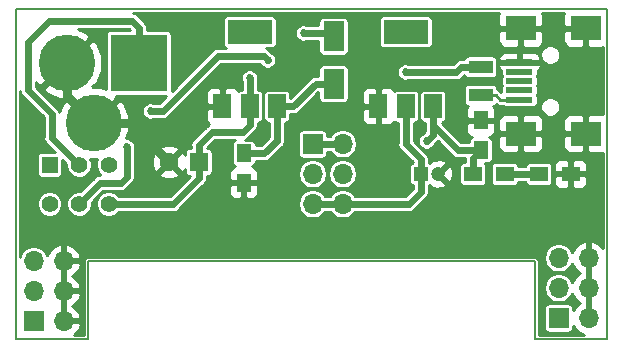
<source format=gbr>
%TF.GenerationSoftware,KiCad,Pcbnew,5.0.2-bee76a0~70~ubuntu18.04.1*%
%TF.CreationDate,2018-12-09T23:27:29+01:00*%
%TF.ProjectId,Protoboard_power_supply,50726f74-6f62-46f6-9172-645f706f7765,rev?*%
%TF.SameCoordinates,Original*%
%TF.FileFunction,Copper,L1,Top*%
%TF.FilePolarity,Positive*%
%FSLAX46Y46*%
G04 Gerber Fmt 4.6, Leading zero omitted, Abs format (unit mm)*
G04 Created by KiCad (PCBNEW 5.0.2-bee76a0~70~ubuntu18.04.1) date dom 09 dic 2018 23:27:29 CET*
%MOMM*%
%LPD*%
G01*
G04 APERTURE LIST*
%ADD10C,0.127000*%
%ADD11R,1.250000X1.500000*%
%ADD12R,1.200000X1.200000*%
%ADD13C,1.200000*%
%ADD14R,1.600000X1.600000*%
%ADD15C,1.600000*%
%ADD16C,4.800000*%
%ADD17R,4.800000X4.800000*%
%ADD18R,1.500000X1.300000*%
%ADD19R,2.030000X1.140000*%
%ADD20R,1.700000X1.700000*%
%ADD21O,1.700000X1.700000*%
%ADD22R,1.400000X1.400000*%
%ADD23C,1.400000*%
%ADD24R,3.800000X2.000000*%
%ADD25R,1.500000X2.000000*%
%ADD26R,1.800000X2.500000*%
%ADD27R,2.300000X0.500000*%
%ADD28R,2.500000X2.000000*%
%ADD29C,0.685800*%
%ADD30C,0.600000*%
%ADD31C,0.800000*%
%ADD32C,0.254000*%
G04 APERTURE END LIST*
D10*
X148336000Y-114300000D02*
X148336000Y-107696000D01*
X192278000Y-114300000D02*
X192278000Y-86360000D01*
X186182000Y-107696000D02*
X186182000Y-114300000D01*
X142240000Y-114300000D02*
X142240000Y-86360000D01*
X148336000Y-114300000D02*
X142240000Y-114300000D01*
X186182000Y-107696000D02*
X148336000Y-107696000D01*
X192278000Y-114300000D02*
X186182000Y-114300000D01*
X142240000Y-86360000D02*
X192278000Y-86360000D01*
D11*
X161544000Y-98572000D03*
X161544000Y-101072000D03*
X181610000Y-95798000D03*
X181610000Y-98298000D03*
D12*
X176530000Y-100330000D03*
D13*
X178030000Y-100330000D03*
D14*
X157734000Y-99314000D03*
D15*
X155234000Y-99314000D03*
D16*
X146554000Y-90932000D03*
D17*
X152654000Y-90932000D03*
D16*
X148844000Y-96012000D03*
D18*
X189230000Y-100330000D03*
X186530000Y-100330000D03*
D19*
X181610000Y-91256000D03*
X181610000Y-93656000D03*
D20*
X143764000Y-112776000D03*
D21*
X146304000Y-112776000D03*
X143764000Y-110236000D03*
X146304000Y-110236000D03*
X143764000Y-107696000D03*
X146304000Y-107696000D03*
X190754000Y-107442000D03*
X188214000Y-107442000D03*
X190754000Y-109982000D03*
X188214000Y-109982000D03*
X190754000Y-112522000D03*
D20*
X188214000Y-112522000D03*
X167386000Y-97790000D03*
D21*
X169926000Y-97790000D03*
X167386000Y-100330000D03*
X169926000Y-100330000D03*
X167386000Y-102870000D03*
X169926000Y-102870000D03*
D18*
X180942000Y-100330000D03*
X183642000Y-100330000D03*
D22*
X145114000Y-99568000D03*
D23*
X147614000Y-99568000D03*
X150114000Y-99568000D03*
X145114000Y-102868000D03*
X147614000Y-102868000D03*
X150114000Y-102868000D03*
D24*
X175260000Y-88290000D03*
D25*
X175260000Y-94590000D03*
X177560000Y-94590000D03*
X172960000Y-94590000D03*
X159752000Y-94590000D03*
X164352000Y-94590000D03*
X162052000Y-94590000D03*
D24*
X162052000Y-88290000D03*
D26*
X169164000Y-92678000D03*
X169164000Y-88678000D03*
D27*
X184906000Y-94056000D03*
X184906000Y-93256000D03*
X184906000Y-92456000D03*
X184906000Y-91656000D03*
X184906000Y-90856000D03*
D28*
X185006000Y-96906000D03*
X190506000Y-96906000D03*
X185006000Y-88006000D03*
X190506000Y-88006000D03*
D29*
X162052000Y-92202000D03*
X177038000Y-97536000D03*
X175260000Y-91694000D03*
X163576000Y-90678000D03*
X153670000Y-94996000D03*
X151638000Y-98044000D03*
X166624000Y-88392000D03*
D30*
X165752000Y-94590000D02*
X164352000Y-94590000D01*
X169164000Y-92678000D02*
X167664000Y-92678000D01*
X167664000Y-92678000D02*
X165752000Y-94590000D01*
X164352000Y-95758000D02*
X164352000Y-97522000D01*
X164352000Y-94590000D02*
X164352000Y-95758000D01*
X163302000Y-98572000D02*
X161544000Y-98572000D01*
X164352000Y-97522000D02*
X163302000Y-98572000D01*
D31*
X146554000Y-93722000D02*
X148844000Y-96012000D01*
X146554000Y-90932000D02*
X146554000Y-93722000D01*
X151932000Y-96012000D02*
X155234000Y-99314000D01*
X148844000Y-96012000D02*
X151932000Y-96012000D01*
D30*
X167386000Y-97790000D02*
X169926000Y-97790000D01*
X162052000Y-92202000D02*
X162052000Y-94590000D01*
X162052000Y-96190000D02*
X162052000Y-94590000D01*
X158874000Y-96774000D02*
X161468000Y-96774000D01*
X161468000Y-96774000D02*
X162052000Y-96190000D01*
X157734000Y-97914000D02*
X158874000Y-96774000D01*
X157734000Y-99314000D02*
X157734000Y-97914000D01*
X155580000Y-102868000D02*
X151638000Y-102868000D01*
X157734000Y-100714000D02*
X155580000Y-102868000D01*
X157734000Y-99314000D02*
X157734000Y-100714000D01*
X152144000Y-102868000D02*
X151638000Y-102868000D01*
X151638000Y-102868000D02*
X150114000Y-102868000D01*
X180385000Y-98298000D02*
X181610000Y-98298000D01*
X179668000Y-98298000D02*
X180385000Y-98298000D01*
X177560000Y-96190000D02*
X179668000Y-98298000D01*
X177560000Y-94590000D02*
X177560000Y-96190000D01*
X180942000Y-98966000D02*
X181610000Y-98298000D01*
X180942000Y-100330000D02*
X180942000Y-98966000D01*
X177560000Y-96190000D02*
X177560000Y-97014000D01*
X177560000Y-97014000D02*
X177038000Y-97536000D01*
X167386000Y-102870000D02*
X169926000Y-102870000D01*
X175260000Y-94590000D02*
X175260000Y-97790000D01*
X176530000Y-99060000D02*
X176530000Y-100330000D01*
X175260000Y-97790000D02*
X176530000Y-99060000D01*
X176530000Y-101854000D02*
X176530000Y-100330000D01*
X169926000Y-102870000D02*
X175514000Y-102870000D01*
X175514000Y-102870000D02*
X176530000Y-101854000D01*
X145290000Y-97244000D02*
X147614000Y-99568000D01*
X145290000Y-95252000D02*
X145290000Y-97244000D01*
X145034000Y-87376000D02*
X143256000Y-89154000D01*
X152654000Y-90932000D02*
X152654000Y-87932000D01*
X152098000Y-87376000D02*
X145034000Y-87376000D01*
X143256000Y-89154000D02*
X143256000Y-93218000D01*
X152654000Y-87932000D02*
X152098000Y-87376000D01*
X143256000Y-93218000D02*
X145290000Y-95252000D01*
X183642000Y-100330000D02*
X186530000Y-100330000D01*
X179995000Y-91256000D02*
X179557000Y-91694000D01*
X181610000Y-91256000D02*
X179995000Y-91256000D01*
X179557000Y-91694000D02*
X175260000Y-91694000D01*
X163233101Y-90335101D02*
X159346899Y-90335101D01*
X163576000Y-90678000D02*
X163233101Y-90335101D01*
X159346899Y-90335101D02*
X154686000Y-94996000D01*
X154686000Y-94996000D02*
X153670000Y-94996000D01*
X149390000Y-101092000D02*
X147614000Y-102868000D01*
X151130000Y-101092000D02*
X149390000Y-101092000D01*
X151638000Y-98044000D02*
X151638000Y-100584000D01*
X151638000Y-100584000D02*
X151130000Y-101092000D01*
D32*
X183502000Y-94056000D02*
X184906000Y-94056000D01*
X183279000Y-94056000D02*
X183502000Y-94056000D01*
X182879000Y-93656000D02*
X183279000Y-94056000D01*
X181610000Y-93656000D02*
X182879000Y-93656000D01*
D30*
X168878000Y-88392000D02*
X169164000Y-88678000D01*
X166624000Y-88392000D02*
X168878000Y-88392000D01*
D32*
G36*
X183121000Y-86879690D02*
X183121000Y-87720250D01*
X183279750Y-87879000D01*
X184879000Y-87879000D01*
X184879000Y-87859000D01*
X185133000Y-87859000D01*
X185133000Y-87879000D01*
X186732250Y-87879000D01*
X186891000Y-87720250D01*
X186891000Y-86879690D01*
X186817771Y-86702900D01*
X188694229Y-86702900D01*
X188621000Y-86879690D01*
X188621000Y-87720250D01*
X188779750Y-87879000D01*
X190379000Y-87879000D01*
X190379000Y-87859000D01*
X190633000Y-87859000D01*
X190633000Y-87879000D01*
X190653000Y-87879000D01*
X190653000Y-88133000D01*
X190633000Y-88133000D01*
X190633000Y-89482250D01*
X190791750Y-89641000D01*
X191882309Y-89641000D01*
X191935101Y-89619133D01*
X191935101Y-95292867D01*
X191882309Y-95271000D01*
X190791750Y-95271000D01*
X190633000Y-95429750D01*
X190633000Y-96779000D01*
X190653000Y-96779000D01*
X190653000Y-97033000D01*
X190633000Y-97033000D01*
X190633000Y-98382250D01*
X190791750Y-98541000D01*
X191882309Y-98541000D01*
X191935101Y-98519133D01*
X191935100Y-106575722D01*
X191635358Y-106246817D01*
X191110892Y-106000514D01*
X190881000Y-106121181D01*
X190881000Y-107315000D01*
X190901000Y-107315000D01*
X190901000Y-107569000D01*
X190881000Y-107569000D01*
X190881000Y-109855000D01*
X190901000Y-109855000D01*
X190901000Y-110109000D01*
X190881000Y-110109000D01*
X190881000Y-112395000D01*
X190901000Y-112395000D01*
X190901000Y-112649000D01*
X190881000Y-112649000D01*
X190881000Y-112669000D01*
X190627000Y-112669000D01*
X190627000Y-112649000D01*
X190607000Y-112649000D01*
X190607000Y-112395000D01*
X190627000Y-112395000D01*
X190627000Y-110109000D01*
X190607000Y-110109000D01*
X190607000Y-109855000D01*
X190627000Y-109855000D01*
X190627000Y-107569000D01*
X190607000Y-107569000D01*
X190607000Y-107315000D01*
X190627000Y-107315000D01*
X190627000Y-106121181D01*
X190397108Y-106000514D01*
X189872642Y-106246817D01*
X189482355Y-106675076D01*
X189367445Y-106952512D01*
X189101501Y-106554499D01*
X188694312Y-106282424D01*
X188335239Y-106211000D01*
X188092761Y-106211000D01*
X187733688Y-106282424D01*
X187326499Y-106554499D01*
X187054424Y-106961688D01*
X186958884Y-107442000D01*
X187054424Y-107922312D01*
X187326499Y-108329501D01*
X187733688Y-108601576D01*
X188092761Y-108673000D01*
X188335239Y-108673000D01*
X188694312Y-108601576D01*
X189101501Y-108329501D01*
X189367445Y-107931488D01*
X189482355Y-108208924D01*
X189872642Y-108637183D01*
X190031954Y-108712000D01*
X189872642Y-108786817D01*
X189482355Y-109215076D01*
X189367445Y-109492512D01*
X189101501Y-109094499D01*
X188694312Y-108822424D01*
X188335239Y-108751000D01*
X188092761Y-108751000D01*
X187733688Y-108822424D01*
X187326499Y-109094499D01*
X187054424Y-109501688D01*
X186958884Y-109982000D01*
X187054424Y-110462312D01*
X187326499Y-110869501D01*
X187733688Y-111141576D01*
X188092761Y-111213000D01*
X188335239Y-111213000D01*
X188694312Y-111141576D01*
X189101501Y-110869501D01*
X189367445Y-110471488D01*
X189482355Y-110748924D01*
X189872642Y-111177183D01*
X190031954Y-111252000D01*
X189872642Y-111326817D01*
X189482355Y-111755076D01*
X189452464Y-111827244D01*
X189452464Y-111672000D01*
X189422894Y-111523341D01*
X189338686Y-111397314D01*
X189212659Y-111313106D01*
X189064000Y-111283536D01*
X187364000Y-111283536D01*
X187215341Y-111313106D01*
X187089314Y-111397314D01*
X187005106Y-111523341D01*
X186975536Y-111672000D01*
X186975536Y-113372000D01*
X187005106Y-113520659D01*
X187089314Y-113646686D01*
X187215341Y-113730894D01*
X187364000Y-113760464D01*
X189064000Y-113760464D01*
X189212659Y-113730894D01*
X189338686Y-113646686D01*
X189422894Y-113520659D01*
X189452464Y-113372000D01*
X189452464Y-113216756D01*
X189482355Y-113288924D01*
X189872642Y-113717183D01*
X190383510Y-113957100D01*
X186524900Y-113957100D01*
X186524900Y-107729769D01*
X186531617Y-107696000D01*
X186505004Y-107562207D01*
X186429217Y-107448783D01*
X186315793Y-107372996D01*
X186215769Y-107353100D01*
X186215768Y-107353100D01*
X186182000Y-107346383D01*
X186148231Y-107353100D01*
X148369769Y-107353100D01*
X148336000Y-107346383D01*
X148302232Y-107353100D01*
X148302231Y-107353100D01*
X148202207Y-107372996D01*
X148088783Y-107448783D01*
X148012996Y-107562207D01*
X147986383Y-107696000D01*
X147993101Y-107729774D01*
X147993100Y-113957100D01*
X147198192Y-113957100D01*
X147575645Y-113542924D01*
X147745476Y-113132890D01*
X147624155Y-112903000D01*
X146431000Y-112903000D01*
X146431000Y-112923000D01*
X146177000Y-112923000D01*
X146177000Y-112903000D01*
X146157000Y-112903000D01*
X146157000Y-112649000D01*
X146177000Y-112649000D01*
X146177000Y-110363000D01*
X146431000Y-110363000D01*
X146431000Y-112649000D01*
X147624155Y-112649000D01*
X147745476Y-112419110D01*
X147575645Y-112009076D01*
X147185358Y-111580817D01*
X147026046Y-111506000D01*
X147185358Y-111431183D01*
X147575645Y-111002924D01*
X147745476Y-110592890D01*
X147624155Y-110363000D01*
X146431000Y-110363000D01*
X146177000Y-110363000D01*
X146157000Y-110363000D01*
X146157000Y-110109000D01*
X146177000Y-110109000D01*
X146177000Y-107823000D01*
X146431000Y-107823000D01*
X146431000Y-110109000D01*
X147624155Y-110109000D01*
X147745476Y-109879110D01*
X147575645Y-109469076D01*
X147185358Y-109040817D01*
X147026046Y-108966000D01*
X147185358Y-108891183D01*
X147575645Y-108462924D01*
X147745476Y-108052890D01*
X147624155Y-107823000D01*
X146431000Y-107823000D01*
X146177000Y-107823000D01*
X146157000Y-107823000D01*
X146157000Y-107569000D01*
X146177000Y-107569000D01*
X146177000Y-106375181D01*
X146431000Y-106375181D01*
X146431000Y-107569000D01*
X147624155Y-107569000D01*
X147745476Y-107339110D01*
X147575645Y-106929076D01*
X147185358Y-106500817D01*
X146660892Y-106254514D01*
X146431000Y-106375181D01*
X146177000Y-106375181D01*
X145947108Y-106254514D01*
X145422642Y-106500817D01*
X145032355Y-106929076D01*
X144917445Y-107206512D01*
X144651501Y-106808499D01*
X144244312Y-106536424D01*
X143885239Y-106465000D01*
X143642761Y-106465000D01*
X143283688Y-106536424D01*
X142876499Y-106808499D01*
X142604424Y-107215688D01*
X142582900Y-107323896D01*
X142582900Y-102652976D01*
X144033000Y-102652976D01*
X144033000Y-103083024D01*
X144197572Y-103480337D01*
X144501663Y-103784428D01*
X144898976Y-103949000D01*
X145329024Y-103949000D01*
X145726337Y-103784428D01*
X146030428Y-103480337D01*
X146195000Y-103083024D01*
X146195000Y-102652976D01*
X146030428Y-102255663D01*
X145726337Y-101951572D01*
X145329024Y-101787000D01*
X144898976Y-101787000D01*
X144501663Y-101951572D01*
X144197572Y-102255663D01*
X144033000Y-102652976D01*
X142582900Y-102652976D01*
X142582900Y-93324782D01*
X142614513Y-93483712D01*
X142646320Y-93531314D01*
X142765028Y-93708973D01*
X142821887Y-93746965D01*
X144609000Y-95534080D01*
X144609001Y-97176930D01*
X144595660Y-97244000D01*
X144648513Y-97509712D01*
X144741106Y-97648287D01*
X144799028Y-97734973D01*
X144855887Y-97772965D01*
X145562458Y-98479536D01*
X144414000Y-98479536D01*
X144265341Y-98509106D01*
X144139314Y-98593314D01*
X144055106Y-98719341D01*
X144025536Y-98868000D01*
X144025536Y-100268000D01*
X144055106Y-100416659D01*
X144139314Y-100542686D01*
X144265341Y-100626894D01*
X144414000Y-100656464D01*
X145814000Y-100656464D01*
X145962659Y-100626894D01*
X146088686Y-100542686D01*
X146172894Y-100416659D01*
X146202464Y-100268000D01*
X146202464Y-99119543D01*
X146533000Y-99450079D01*
X146533000Y-99783024D01*
X146697572Y-100180337D01*
X147001663Y-100484428D01*
X147398976Y-100649000D01*
X147829024Y-100649000D01*
X148226337Y-100484428D01*
X148530428Y-100180337D01*
X148695000Y-99783024D01*
X148695000Y-99352976D01*
X148568467Y-99047496D01*
X149159970Y-99046442D01*
X149033000Y-99352976D01*
X149033000Y-99783024D01*
X149197572Y-100180337D01*
X149421077Y-100403842D01*
X149389999Y-100397660D01*
X149322934Y-100411000D01*
X149322931Y-100411000D01*
X149124287Y-100450513D01*
X148899027Y-100601027D01*
X148861035Y-100657886D01*
X147731922Y-101787000D01*
X147398976Y-101787000D01*
X147001663Y-101951572D01*
X146697572Y-102255663D01*
X146533000Y-102652976D01*
X146533000Y-103083024D01*
X146697572Y-103480337D01*
X147001663Y-103784428D01*
X147398976Y-103949000D01*
X147829024Y-103949000D01*
X148226337Y-103784428D01*
X148530428Y-103480337D01*
X148695000Y-103083024D01*
X148695000Y-102750078D01*
X148792102Y-102652976D01*
X149033000Y-102652976D01*
X149033000Y-103083024D01*
X149197572Y-103480337D01*
X149501663Y-103784428D01*
X149898976Y-103949000D01*
X150329024Y-103949000D01*
X150726337Y-103784428D01*
X150961765Y-103549000D01*
X155512935Y-103549000D01*
X155580000Y-103562340D01*
X155647065Y-103549000D01*
X155647069Y-103549000D01*
X155845713Y-103509487D01*
X156070973Y-103358973D01*
X156108967Y-103302111D01*
X156541078Y-102870000D01*
X166130884Y-102870000D01*
X166226424Y-103350312D01*
X166498499Y-103757501D01*
X166905688Y-104029576D01*
X167264761Y-104101000D01*
X167507239Y-104101000D01*
X167866312Y-104029576D01*
X168273501Y-103757501D01*
X168411481Y-103551000D01*
X168900519Y-103551000D01*
X169038499Y-103757501D01*
X169445688Y-104029576D01*
X169804761Y-104101000D01*
X170047239Y-104101000D01*
X170406312Y-104029576D01*
X170813501Y-103757501D01*
X170951481Y-103551000D01*
X175446935Y-103551000D01*
X175514000Y-103564340D01*
X175581065Y-103551000D01*
X175581069Y-103551000D01*
X175779713Y-103511487D01*
X176004973Y-103360973D01*
X176042967Y-103304111D01*
X176964116Y-102382963D01*
X177020972Y-102344973D01*
X177080648Y-102255663D01*
X177171487Y-102119713D01*
X177171487Y-102119712D01*
X177211000Y-101921069D01*
X177211000Y-101921065D01*
X177224340Y-101854000D01*
X177211000Y-101786935D01*
X177211000Y-101302352D01*
X177222761Y-101300013D01*
X177231178Y-101308430D01*
X177243775Y-101295833D01*
X177278659Y-101288894D01*
X177356558Y-101236844D01*
X177396383Y-101418164D01*
X177861036Y-101577807D01*
X178351413Y-101547482D01*
X178663617Y-101418164D01*
X178713130Y-101192735D01*
X178030000Y-100509605D01*
X178015858Y-100523748D01*
X177836253Y-100344143D01*
X177850395Y-100330000D01*
X178209605Y-100330000D01*
X178892735Y-101013130D01*
X179118164Y-100963617D01*
X179277807Y-100498964D01*
X179247482Y-100008587D01*
X179118164Y-99696383D01*
X178892735Y-99646870D01*
X178209605Y-100330000D01*
X177850395Y-100330000D01*
X177836253Y-100315858D01*
X178015858Y-100136253D01*
X178030000Y-100150395D01*
X178713130Y-99467265D01*
X178663617Y-99241836D01*
X178198964Y-99082193D01*
X177708587Y-99112518D01*
X177396383Y-99241836D01*
X177356558Y-99423156D01*
X177278659Y-99371106D01*
X177243775Y-99364167D01*
X177231178Y-99351570D01*
X177222761Y-99359987D01*
X177211000Y-99357648D01*
X177211000Y-99127064D01*
X177224340Y-99059999D01*
X177211000Y-98992932D01*
X177211000Y-98992931D01*
X177171487Y-98794287D01*
X177129945Y-98732115D01*
X177058964Y-98625885D01*
X177058963Y-98625884D01*
X177020972Y-98569027D01*
X176964116Y-98531037D01*
X175941000Y-97507922D01*
X175941000Y-97392007D01*
X176314100Y-97392007D01*
X176314100Y-97679993D01*
X176424307Y-97946056D01*
X176627944Y-98149693D01*
X176894007Y-98259900D01*
X177181993Y-98259900D01*
X177448056Y-98149693D01*
X177651693Y-97946056D01*
X177694593Y-97842485D01*
X177972001Y-97565079D01*
X179139035Y-98732114D01*
X179177027Y-98788973D01*
X179402287Y-98939487D01*
X179600931Y-98979000D01*
X179600934Y-98979000D01*
X179667999Y-98992340D01*
X179735064Y-98979000D01*
X180250246Y-98979000D01*
X180261001Y-99033070D01*
X180261001Y-99291536D01*
X180192000Y-99291536D01*
X180043341Y-99321106D01*
X179917314Y-99405314D01*
X179833106Y-99531341D01*
X179803536Y-99680000D01*
X179803536Y-100980000D01*
X179833106Y-101128659D01*
X179917314Y-101254686D01*
X180043341Y-101338894D01*
X180192000Y-101368464D01*
X181692000Y-101368464D01*
X181840659Y-101338894D01*
X181966686Y-101254686D01*
X182050894Y-101128659D01*
X182080464Y-100980000D01*
X182080464Y-99680000D01*
X182503536Y-99680000D01*
X182503536Y-100980000D01*
X182533106Y-101128659D01*
X182617314Y-101254686D01*
X182743341Y-101338894D01*
X182892000Y-101368464D01*
X184392000Y-101368464D01*
X184540659Y-101338894D01*
X184666686Y-101254686D01*
X184750894Y-101128659D01*
X184774298Y-101011000D01*
X185397702Y-101011000D01*
X185421106Y-101128659D01*
X185505314Y-101254686D01*
X185631341Y-101338894D01*
X185780000Y-101368464D01*
X187280000Y-101368464D01*
X187428659Y-101338894D01*
X187554686Y-101254686D01*
X187638894Y-101128659D01*
X187668464Y-100980000D01*
X187668464Y-100615750D01*
X187845000Y-100615750D01*
X187845000Y-101106310D01*
X187941673Y-101339699D01*
X188120302Y-101518327D01*
X188353691Y-101615000D01*
X188944250Y-101615000D01*
X189103000Y-101456250D01*
X189103000Y-100457000D01*
X189357000Y-100457000D01*
X189357000Y-101456250D01*
X189515750Y-101615000D01*
X190106309Y-101615000D01*
X190339698Y-101518327D01*
X190518327Y-101339699D01*
X190615000Y-101106310D01*
X190615000Y-100615750D01*
X190456250Y-100457000D01*
X189357000Y-100457000D01*
X189103000Y-100457000D01*
X188003750Y-100457000D01*
X187845000Y-100615750D01*
X187668464Y-100615750D01*
X187668464Y-99680000D01*
X187643340Y-99553690D01*
X187845000Y-99553690D01*
X187845000Y-100044250D01*
X188003750Y-100203000D01*
X189103000Y-100203000D01*
X189103000Y-99203750D01*
X189357000Y-99203750D01*
X189357000Y-100203000D01*
X190456250Y-100203000D01*
X190615000Y-100044250D01*
X190615000Y-99553690D01*
X190518327Y-99320301D01*
X190339698Y-99141673D01*
X190106309Y-99045000D01*
X189515750Y-99045000D01*
X189357000Y-99203750D01*
X189103000Y-99203750D01*
X188944250Y-99045000D01*
X188353691Y-99045000D01*
X188120302Y-99141673D01*
X187941673Y-99320301D01*
X187845000Y-99553690D01*
X187643340Y-99553690D01*
X187638894Y-99531341D01*
X187554686Y-99405314D01*
X187428659Y-99321106D01*
X187280000Y-99291536D01*
X185780000Y-99291536D01*
X185631341Y-99321106D01*
X185505314Y-99405314D01*
X185421106Y-99531341D01*
X185397702Y-99649000D01*
X184774298Y-99649000D01*
X184750894Y-99531341D01*
X184666686Y-99405314D01*
X184540659Y-99321106D01*
X184392000Y-99291536D01*
X182892000Y-99291536D01*
X182743341Y-99321106D01*
X182617314Y-99405314D01*
X182533106Y-99531341D01*
X182503536Y-99680000D01*
X182080464Y-99680000D01*
X182050894Y-99531341D01*
X181987500Y-99436464D01*
X182235000Y-99436464D01*
X182383659Y-99406894D01*
X182509686Y-99322686D01*
X182593894Y-99196659D01*
X182623464Y-99048000D01*
X182623464Y-97548000D01*
X182593894Y-97399341D01*
X182509686Y-97273314D01*
X182387617Y-97191750D01*
X183121000Y-97191750D01*
X183121000Y-98032310D01*
X183217673Y-98265699D01*
X183396302Y-98444327D01*
X183629691Y-98541000D01*
X184720250Y-98541000D01*
X184879000Y-98382250D01*
X184879000Y-97033000D01*
X185133000Y-97033000D01*
X185133000Y-98382250D01*
X185291750Y-98541000D01*
X186382309Y-98541000D01*
X186615698Y-98444327D01*
X186794327Y-98265699D01*
X186891000Y-98032310D01*
X186891000Y-97191750D01*
X188621000Y-97191750D01*
X188621000Y-98032310D01*
X188717673Y-98265699D01*
X188896302Y-98444327D01*
X189129691Y-98541000D01*
X190220250Y-98541000D01*
X190379000Y-98382250D01*
X190379000Y-97033000D01*
X188779750Y-97033000D01*
X188621000Y-97191750D01*
X186891000Y-97191750D01*
X186732250Y-97033000D01*
X185133000Y-97033000D01*
X184879000Y-97033000D01*
X183279750Y-97033000D01*
X183121000Y-97191750D01*
X182387617Y-97191750D01*
X182383659Y-97189106D01*
X182352962Y-97183000D01*
X182361310Y-97183000D01*
X182594699Y-97086327D01*
X182773327Y-96907698D01*
X182870000Y-96674309D01*
X182870000Y-96083750D01*
X182711250Y-95925000D01*
X181737000Y-95925000D01*
X181737000Y-95945000D01*
X181483000Y-95945000D01*
X181483000Y-95925000D01*
X180508750Y-95925000D01*
X180350000Y-96083750D01*
X180350000Y-96674309D01*
X180446673Y-96907698D01*
X180625301Y-97086327D01*
X180858690Y-97183000D01*
X180867038Y-97183000D01*
X180836341Y-97189106D01*
X180710314Y-97273314D01*
X180626106Y-97399341D01*
X180596536Y-97548000D01*
X180596536Y-97617000D01*
X179950079Y-97617000D01*
X178311286Y-95978208D01*
X178458659Y-95948894D01*
X178584686Y-95864686D01*
X178641478Y-95779690D01*
X183121000Y-95779690D01*
X183121000Y-96620250D01*
X183279750Y-96779000D01*
X184879000Y-96779000D01*
X184879000Y-95429750D01*
X185133000Y-95429750D01*
X185133000Y-96779000D01*
X186732250Y-96779000D01*
X186891000Y-96620250D01*
X186891000Y-95779690D01*
X188621000Y-95779690D01*
X188621000Y-96620250D01*
X188779750Y-96779000D01*
X190379000Y-96779000D01*
X190379000Y-95429750D01*
X190220250Y-95271000D01*
X189129691Y-95271000D01*
X188896302Y-95367673D01*
X188717673Y-95546301D01*
X188621000Y-95779690D01*
X186891000Y-95779690D01*
X186794327Y-95546301D01*
X186615698Y-95367673D01*
X186382309Y-95271000D01*
X185291750Y-95271000D01*
X185133000Y-95429750D01*
X184879000Y-95429750D01*
X184720250Y-95271000D01*
X183629691Y-95271000D01*
X183396302Y-95367673D01*
X183217673Y-95546301D01*
X183121000Y-95779690D01*
X178641478Y-95779690D01*
X178668894Y-95738659D01*
X178698464Y-95590000D01*
X178698464Y-93590000D01*
X178668894Y-93441341D01*
X178584686Y-93315314D01*
X178458659Y-93231106D01*
X178310000Y-93201536D01*
X176810000Y-93201536D01*
X176661341Y-93231106D01*
X176535314Y-93315314D01*
X176451106Y-93441341D01*
X176421536Y-93590000D01*
X176421536Y-95590000D01*
X176451106Y-95738659D01*
X176535314Y-95864686D01*
X176661341Y-95948894D01*
X176810000Y-95978464D01*
X176879001Y-95978464D01*
X176879001Y-96122927D01*
X176879000Y-96122932D01*
X176879000Y-96122935D01*
X176865660Y-96190000D01*
X176879000Y-96257065D01*
X176879000Y-96731921D01*
X176731515Y-96879407D01*
X176627944Y-96922307D01*
X176424307Y-97125944D01*
X176314100Y-97392007D01*
X175941000Y-97392007D01*
X175941000Y-95978464D01*
X176010000Y-95978464D01*
X176158659Y-95948894D01*
X176284686Y-95864686D01*
X176368894Y-95738659D01*
X176398464Y-95590000D01*
X176398464Y-93590000D01*
X176368894Y-93441341D01*
X176284686Y-93315314D01*
X176158659Y-93231106D01*
X176010000Y-93201536D01*
X174510000Y-93201536D01*
X174361341Y-93231106D01*
X174273086Y-93290076D01*
X174248327Y-93230302D01*
X174104026Y-93086000D01*
X180206536Y-93086000D01*
X180206536Y-94226000D01*
X180236106Y-94374659D01*
X180320314Y-94500686D01*
X180446341Y-94584894D01*
X180532869Y-94602105D01*
X180446673Y-94688302D01*
X180350000Y-94921691D01*
X180350000Y-95512250D01*
X180508750Y-95671000D01*
X181483000Y-95671000D01*
X181483000Y-95651000D01*
X181737000Y-95651000D01*
X181737000Y-95671000D01*
X182711250Y-95671000D01*
X182870000Y-95512250D01*
X182870000Y-94921691D01*
X182773327Y-94688302D01*
X182687131Y-94602105D01*
X182773659Y-94584894D01*
X182899686Y-94500686D01*
X182939953Y-94440422D01*
X183080788Y-94534525D01*
X183228968Y-94564000D01*
X183228971Y-94564000D01*
X183278999Y-94573951D01*
X183329027Y-94564000D01*
X183470165Y-94564000D01*
X183481314Y-94580686D01*
X183607341Y-94664894D01*
X183756000Y-94694464D01*
X186056000Y-94694464D01*
X186204659Y-94664894D01*
X186330686Y-94580686D01*
X186390809Y-94490704D01*
X186675000Y-94490704D01*
X186675000Y-94821296D01*
X186801512Y-95126724D01*
X187035276Y-95360488D01*
X187340704Y-95487000D01*
X187671296Y-95487000D01*
X187976724Y-95360488D01*
X188210488Y-95126724D01*
X188337000Y-94821296D01*
X188337000Y-94490704D01*
X188210488Y-94185276D01*
X187976724Y-93951512D01*
X187671296Y-93825000D01*
X187340704Y-93825000D01*
X187035276Y-93951512D01*
X186801512Y-94185276D01*
X186675000Y-94490704D01*
X186390809Y-94490704D01*
X186414894Y-94454659D01*
X186444464Y-94306000D01*
X186444464Y-93806000D01*
X186414894Y-93657341D01*
X186413998Y-93656000D01*
X186414894Y-93654659D01*
X186444464Y-93506000D01*
X186444464Y-93006000D01*
X186414894Y-92857341D01*
X186413998Y-92856000D01*
X186414894Y-92854659D01*
X186444464Y-92706000D01*
X186444464Y-92206000D01*
X186414894Y-92057341D01*
X186413998Y-92056000D01*
X186414894Y-92054659D01*
X186444464Y-91906000D01*
X186444464Y-91615561D01*
X186594327Y-91465699D01*
X186691000Y-91232310D01*
X186691000Y-91139750D01*
X186532250Y-90981000D01*
X185033000Y-90981000D01*
X185033000Y-91003000D01*
X184779000Y-91003000D01*
X184779000Y-90981000D01*
X183279750Y-90981000D01*
X183121000Y-91139750D01*
X183121000Y-91232310D01*
X183217673Y-91465699D01*
X183367536Y-91615561D01*
X183367536Y-91906000D01*
X183397106Y-92054659D01*
X183398002Y-92056000D01*
X183397106Y-92057341D01*
X183367536Y-92206000D01*
X183367536Y-92706000D01*
X183397106Y-92854659D01*
X183398002Y-92856000D01*
X183397106Y-92857341D01*
X183367536Y-93006000D01*
X183367536Y-93426116D01*
X183273588Y-93332168D01*
X183245247Y-93289753D01*
X183077212Y-93177475D01*
X183013464Y-93164795D01*
X183013464Y-93086000D01*
X182983894Y-92937341D01*
X182899686Y-92811314D01*
X182773659Y-92727106D01*
X182625000Y-92697536D01*
X180595000Y-92697536D01*
X180446341Y-92727106D01*
X180320314Y-92811314D01*
X180236106Y-92937341D01*
X180206536Y-93086000D01*
X174104026Y-93086000D01*
X174069699Y-93051673D01*
X173836310Y-92955000D01*
X173245750Y-92955000D01*
X173087000Y-93113750D01*
X173087000Y-94463000D01*
X173107000Y-94463000D01*
X173107000Y-94717000D01*
X173087000Y-94717000D01*
X173087000Y-96066250D01*
X173245750Y-96225000D01*
X173836310Y-96225000D01*
X174069699Y-96128327D01*
X174248327Y-95949698D01*
X174273086Y-95889924D01*
X174361341Y-95948894D01*
X174510000Y-95978464D01*
X174579000Y-95978464D01*
X174579001Y-97722930D01*
X174565660Y-97790000D01*
X174618513Y-98055712D01*
X174706901Y-98187993D01*
X174769028Y-98280973D01*
X174825887Y-98318965D01*
X175849000Y-99342079D01*
X175849000Y-99357648D01*
X175781341Y-99371106D01*
X175655314Y-99455314D01*
X175571106Y-99581341D01*
X175541536Y-99730000D01*
X175541536Y-100930000D01*
X175571106Y-101078659D01*
X175655314Y-101204686D01*
X175781341Y-101288894D01*
X175849000Y-101302352D01*
X175849000Y-101571921D01*
X175231922Y-102189000D01*
X170951481Y-102189000D01*
X170813501Y-101982499D01*
X170406312Y-101710424D01*
X170047239Y-101639000D01*
X169804761Y-101639000D01*
X169445688Y-101710424D01*
X169038499Y-101982499D01*
X168900519Y-102189000D01*
X168411481Y-102189000D01*
X168273501Y-101982499D01*
X167866312Y-101710424D01*
X167507239Y-101639000D01*
X167264761Y-101639000D01*
X166905688Y-101710424D01*
X166498499Y-101982499D01*
X166226424Y-102389688D01*
X166130884Y-102870000D01*
X156541078Y-102870000D01*
X158053328Y-101357750D01*
X160284000Y-101357750D01*
X160284000Y-101948309D01*
X160380673Y-102181698D01*
X160559301Y-102360327D01*
X160792690Y-102457000D01*
X161258250Y-102457000D01*
X161417000Y-102298250D01*
X161417000Y-101199000D01*
X161671000Y-101199000D01*
X161671000Y-102298250D01*
X161829750Y-102457000D01*
X162295310Y-102457000D01*
X162528699Y-102360327D01*
X162707327Y-102181698D01*
X162804000Y-101948309D01*
X162804000Y-101357750D01*
X162645250Y-101199000D01*
X161671000Y-101199000D01*
X161417000Y-101199000D01*
X160442750Y-101199000D01*
X160284000Y-101357750D01*
X158053328Y-101357750D01*
X158168114Y-101242965D01*
X158224973Y-101204973D01*
X158375487Y-100979713D01*
X158415000Y-100781069D01*
X158415000Y-100781066D01*
X158428340Y-100714001D01*
X158415000Y-100646936D01*
X158415000Y-100502464D01*
X158534000Y-100502464D01*
X158682659Y-100472894D01*
X158808686Y-100388686D01*
X158892894Y-100262659D01*
X158922464Y-100114000D01*
X158922464Y-98514000D01*
X158892894Y-98365341D01*
X158808686Y-98239314D01*
X158682659Y-98155106D01*
X158534000Y-98125536D01*
X158485543Y-98125536D01*
X159156080Y-97455000D01*
X160811093Y-97455000D01*
X160770341Y-97463106D01*
X160644314Y-97547314D01*
X160560106Y-97673341D01*
X160530536Y-97822000D01*
X160530536Y-99322000D01*
X160560106Y-99470659D01*
X160644314Y-99596686D01*
X160770341Y-99680894D01*
X160801038Y-99687000D01*
X160792690Y-99687000D01*
X160559301Y-99783673D01*
X160380673Y-99962302D01*
X160284000Y-100195691D01*
X160284000Y-100786250D01*
X160442750Y-100945000D01*
X161417000Y-100945000D01*
X161417000Y-100925000D01*
X161671000Y-100925000D01*
X161671000Y-100945000D01*
X162645250Y-100945000D01*
X162804000Y-100786250D01*
X162804000Y-100330000D01*
X166130884Y-100330000D01*
X166226424Y-100810312D01*
X166498499Y-101217501D01*
X166905688Y-101489576D01*
X167264761Y-101561000D01*
X167507239Y-101561000D01*
X167866312Y-101489576D01*
X168273501Y-101217501D01*
X168545576Y-100810312D01*
X168641116Y-100330000D01*
X168670884Y-100330000D01*
X168766424Y-100810312D01*
X169038499Y-101217501D01*
X169445688Y-101489576D01*
X169804761Y-101561000D01*
X170047239Y-101561000D01*
X170406312Y-101489576D01*
X170813501Y-101217501D01*
X171085576Y-100810312D01*
X171181116Y-100330000D01*
X171085576Y-99849688D01*
X170813501Y-99442499D01*
X170406312Y-99170424D01*
X170047239Y-99099000D01*
X169804761Y-99099000D01*
X169445688Y-99170424D01*
X169038499Y-99442499D01*
X168766424Y-99849688D01*
X168670884Y-100330000D01*
X168641116Y-100330000D01*
X168545576Y-99849688D01*
X168273501Y-99442499D01*
X167866312Y-99170424D01*
X167507239Y-99099000D01*
X167264761Y-99099000D01*
X166905688Y-99170424D01*
X166498499Y-99442499D01*
X166226424Y-99849688D01*
X166130884Y-100330000D01*
X162804000Y-100330000D01*
X162804000Y-100195691D01*
X162707327Y-99962302D01*
X162528699Y-99783673D01*
X162295310Y-99687000D01*
X162286962Y-99687000D01*
X162317659Y-99680894D01*
X162443686Y-99596686D01*
X162527894Y-99470659D01*
X162557464Y-99322000D01*
X162557464Y-99253000D01*
X163234935Y-99253000D01*
X163302000Y-99266340D01*
X163369065Y-99253000D01*
X163369069Y-99253000D01*
X163567713Y-99213487D01*
X163792973Y-99062973D01*
X163830967Y-99006111D01*
X164786114Y-98050965D01*
X164842973Y-98012973D01*
X164993487Y-97787713D01*
X165033000Y-97589069D01*
X165033000Y-97589066D01*
X165046340Y-97522001D01*
X165033000Y-97454936D01*
X165033000Y-96940000D01*
X166147536Y-96940000D01*
X166147536Y-98640000D01*
X166177106Y-98788659D01*
X166261314Y-98914686D01*
X166387341Y-98998894D01*
X166536000Y-99028464D01*
X168236000Y-99028464D01*
X168384659Y-98998894D01*
X168510686Y-98914686D01*
X168594894Y-98788659D01*
X168624464Y-98640000D01*
X168624464Y-98471000D01*
X168900519Y-98471000D01*
X169038499Y-98677501D01*
X169445688Y-98949576D01*
X169804761Y-99021000D01*
X170047239Y-99021000D01*
X170406312Y-98949576D01*
X170813501Y-98677501D01*
X171085576Y-98270312D01*
X171181116Y-97790000D01*
X171085576Y-97309688D01*
X170813501Y-96902499D01*
X170406312Y-96630424D01*
X170047239Y-96559000D01*
X169804761Y-96559000D01*
X169445688Y-96630424D01*
X169038499Y-96902499D01*
X168900519Y-97109000D01*
X168624464Y-97109000D01*
X168624464Y-96940000D01*
X168594894Y-96791341D01*
X168510686Y-96665314D01*
X168384659Y-96581106D01*
X168236000Y-96551536D01*
X166536000Y-96551536D01*
X166387341Y-96581106D01*
X166261314Y-96665314D01*
X166177106Y-96791341D01*
X166147536Y-96940000D01*
X165033000Y-96940000D01*
X165033000Y-95978464D01*
X165102000Y-95978464D01*
X165250659Y-95948894D01*
X165376686Y-95864686D01*
X165460894Y-95738659D01*
X165490464Y-95590000D01*
X165490464Y-95271000D01*
X165684935Y-95271000D01*
X165752000Y-95284340D01*
X165819065Y-95271000D01*
X165819069Y-95271000D01*
X166017713Y-95231487D01*
X166242973Y-95080973D01*
X166280967Y-95024111D01*
X166429328Y-94875750D01*
X171575000Y-94875750D01*
X171575000Y-95716309D01*
X171671673Y-95949698D01*
X171850301Y-96128327D01*
X172083690Y-96225000D01*
X172674250Y-96225000D01*
X172833000Y-96066250D01*
X172833000Y-94717000D01*
X171733750Y-94717000D01*
X171575000Y-94875750D01*
X166429328Y-94875750D01*
X167875536Y-93429544D01*
X167875536Y-93928000D01*
X167905106Y-94076659D01*
X167989314Y-94202686D01*
X168115341Y-94286894D01*
X168264000Y-94316464D01*
X170064000Y-94316464D01*
X170212659Y-94286894D01*
X170338686Y-94202686D01*
X170422894Y-94076659D01*
X170452464Y-93928000D01*
X170452464Y-93463691D01*
X171575000Y-93463691D01*
X171575000Y-94304250D01*
X171733750Y-94463000D01*
X172833000Y-94463000D01*
X172833000Y-93113750D01*
X172674250Y-92955000D01*
X172083690Y-92955000D01*
X171850301Y-93051673D01*
X171671673Y-93230302D01*
X171575000Y-93463691D01*
X170452464Y-93463691D01*
X170452464Y-91550007D01*
X174536100Y-91550007D01*
X174536100Y-91837993D01*
X174646307Y-92104056D01*
X174849944Y-92307693D01*
X175116007Y-92417900D01*
X175403993Y-92417900D01*
X175507563Y-92375000D01*
X179489935Y-92375000D01*
X179557000Y-92388340D01*
X179624065Y-92375000D01*
X179624069Y-92375000D01*
X179822713Y-92335487D01*
X180047973Y-92184973D01*
X180085967Y-92128112D01*
X180237433Y-91976645D01*
X180320314Y-92100686D01*
X180446341Y-92184894D01*
X180595000Y-92214464D01*
X182625000Y-92214464D01*
X182773659Y-92184894D01*
X182899686Y-92100686D01*
X182983894Y-91974659D01*
X183013464Y-91826000D01*
X183013464Y-90686000D01*
X182983894Y-90537341D01*
X182945374Y-90479690D01*
X183121000Y-90479690D01*
X183121000Y-90572250D01*
X183279750Y-90731000D01*
X184779000Y-90731000D01*
X184779000Y-90129750D01*
X185033000Y-90129750D01*
X185033000Y-90731000D01*
X186532250Y-90731000D01*
X186691000Y-90572250D01*
X186691000Y-90479690D01*
X186594327Y-90246301D01*
X186438730Y-90090704D01*
X186675000Y-90090704D01*
X186675000Y-90421296D01*
X186801512Y-90726724D01*
X187035276Y-90960488D01*
X187340704Y-91087000D01*
X187671296Y-91087000D01*
X187976724Y-90960488D01*
X188210488Y-90726724D01*
X188337000Y-90421296D01*
X188337000Y-90090704D01*
X188210488Y-89785276D01*
X187976724Y-89551512D01*
X187671296Y-89425000D01*
X187340704Y-89425000D01*
X187035276Y-89551512D01*
X186801512Y-89785276D01*
X186675000Y-90090704D01*
X186438730Y-90090704D01*
X186415698Y-90067673D01*
X186182309Y-89971000D01*
X185191750Y-89971000D01*
X185033000Y-90129750D01*
X184779000Y-90129750D01*
X184620250Y-89971000D01*
X183629691Y-89971000D01*
X183396302Y-90067673D01*
X183217673Y-90246301D01*
X183121000Y-90479690D01*
X182945374Y-90479690D01*
X182899686Y-90411314D01*
X182773659Y-90327106D01*
X182625000Y-90297536D01*
X180595000Y-90297536D01*
X180446341Y-90327106D01*
X180320314Y-90411314D01*
X180236106Y-90537341D01*
X180228615Y-90575000D01*
X180062069Y-90575000D01*
X179995000Y-90561659D01*
X179927931Y-90575000D01*
X179729287Y-90614513D01*
X179504027Y-90765027D01*
X179466035Y-90821887D01*
X179274922Y-91013000D01*
X175507563Y-91013000D01*
X175403993Y-90970100D01*
X175116007Y-90970100D01*
X174849944Y-91080307D01*
X174646307Y-91283944D01*
X174536100Y-91550007D01*
X170452464Y-91550007D01*
X170452464Y-91428000D01*
X170422894Y-91279341D01*
X170338686Y-91153314D01*
X170212659Y-91069106D01*
X170064000Y-91039536D01*
X168264000Y-91039536D01*
X168115341Y-91069106D01*
X167989314Y-91153314D01*
X167905106Y-91279341D01*
X167875536Y-91428000D01*
X167875536Y-91997000D01*
X167731064Y-91997000D01*
X167663999Y-91983660D01*
X167596934Y-91997000D01*
X167596931Y-91997000D01*
X167398287Y-92036513D01*
X167229884Y-92149036D01*
X167229883Y-92149037D01*
X167173027Y-92187027D01*
X167135037Y-92243883D01*
X165490464Y-93888458D01*
X165490464Y-93590000D01*
X165460894Y-93441341D01*
X165376686Y-93315314D01*
X165250659Y-93231106D01*
X165102000Y-93201536D01*
X163602000Y-93201536D01*
X163453341Y-93231106D01*
X163327314Y-93315314D01*
X163243106Y-93441341D01*
X163213536Y-93590000D01*
X163213536Y-95590000D01*
X163243106Y-95738659D01*
X163327314Y-95864686D01*
X163453341Y-95948894D01*
X163602000Y-95978464D01*
X163671000Y-95978464D01*
X163671001Y-97239920D01*
X163019922Y-97891000D01*
X162557464Y-97891000D01*
X162557464Y-97822000D01*
X162527894Y-97673341D01*
X162443686Y-97547314D01*
X162317659Y-97463106D01*
X162169000Y-97433536D01*
X161642975Y-97433536D01*
X161733713Y-97415487D01*
X161958973Y-97264973D01*
X161996967Y-97208111D01*
X162486116Y-96718963D01*
X162542972Y-96680973D01*
X162580965Y-96624114D01*
X162693487Y-96455713D01*
X162710036Y-96372514D01*
X162733000Y-96257069D01*
X162733000Y-96257065D01*
X162746340Y-96190000D01*
X162733000Y-96122935D01*
X162733000Y-95978464D01*
X162802000Y-95978464D01*
X162950659Y-95948894D01*
X163076686Y-95864686D01*
X163160894Y-95738659D01*
X163190464Y-95590000D01*
X163190464Y-93590000D01*
X163160894Y-93441341D01*
X163076686Y-93315314D01*
X162950659Y-93231106D01*
X162802000Y-93201536D01*
X162733000Y-93201536D01*
X162733000Y-92449563D01*
X162775900Y-92345993D01*
X162775900Y-92058007D01*
X162665693Y-91791944D01*
X162462056Y-91588307D01*
X162195993Y-91478100D01*
X161908007Y-91478100D01*
X161641944Y-91588307D01*
X161438307Y-91791944D01*
X161328100Y-92058007D01*
X161328100Y-92345993D01*
X161371000Y-92449563D01*
X161371000Y-93201536D01*
X161302000Y-93201536D01*
X161153341Y-93231106D01*
X161065086Y-93290076D01*
X161040327Y-93230302D01*
X160861699Y-93051673D01*
X160628310Y-92955000D01*
X160037750Y-92955000D01*
X159879000Y-93113750D01*
X159879000Y-94463000D01*
X159899000Y-94463000D01*
X159899000Y-94717000D01*
X159879000Y-94717000D01*
X159879000Y-94737000D01*
X159625000Y-94737000D01*
X159625000Y-94717000D01*
X158525750Y-94717000D01*
X158367000Y-94875750D01*
X158367000Y-95716309D01*
X158463673Y-95949698D01*
X158640149Y-96126175D01*
X158608287Y-96132513D01*
X158522252Y-96190000D01*
X158439884Y-96245036D01*
X158439883Y-96245037D01*
X158383027Y-96283027D01*
X158345037Y-96339883D01*
X157299887Y-97385035D01*
X157243028Y-97423027D01*
X157205036Y-97479886D01*
X157092513Y-97648288D01*
X157039660Y-97914000D01*
X157053001Y-97981070D01*
X157053001Y-98125536D01*
X156934000Y-98125536D01*
X156785341Y-98155106D01*
X156659314Y-98239314D01*
X156575106Y-98365341D01*
X156545536Y-98514000D01*
X156545536Y-98699227D01*
X156487864Y-98559995D01*
X156241745Y-98485861D01*
X155413605Y-99314000D01*
X156241745Y-100142139D01*
X156487864Y-100068005D01*
X156545536Y-99907555D01*
X156545536Y-100114000D01*
X156575106Y-100262659D01*
X156659314Y-100388686D01*
X156785341Y-100472894D01*
X156934000Y-100502464D01*
X156982457Y-100502464D01*
X155297922Y-102187000D01*
X150961765Y-102187000D01*
X150726337Y-101951572D01*
X150329024Y-101787000D01*
X149898976Y-101787000D01*
X149501663Y-101951572D01*
X149197572Y-102255663D01*
X149033000Y-102652976D01*
X148792102Y-102652976D01*
X149672079Y-101773000D01*
X151062935Y-101773000D01*
X151130000Y-101786340D01*
X151197065Y-101773000D01*
X151197069Y-101773000D01*
X151395713Y-101733487D01*
X151620973Y-101582973D01*
X151658966Y-101526112D01*
X152072116Y-101112964D01*
X152128973Y-101074973D01*
X152170296Y-101013130D01*
X152225841Y-100930000D01*
X152279487Y-100849713D01*
X152319000Y-100651069D01*
X152319000Y-100651065D01*
X152332340Y-100584001D01*
X152319000Y-100516937D01*
X152319000Y-100321745D01*
X154405861Y-100321745D01*
X154479995Y-100567864D01*
X155017223Y-100760965D01*
X155587454Y-100733778D01*
X155988005Y-100567864D01*
X156062139Y-100321745D01*
X155234000Y-99493605D01*
X154405861Y-100321745D01*
X152319000Y-100321745D01*
X152319000Y-99097223D01*
X153787035Y-99097223D01*
X153814222Y-99667454D01*
X153980136Y-100068005D01*
X154226255Y-100142139D01*
X155054395Y-99314000D01*
X154226255Y-98485861D01*
X153980136Y-98559995D01*
X153787035Y-99097223D01*
X152319000Y-99097223D01*
X152319000Y-98306255D01*
X154405861Y-98306255D01*
X155234000Y-99134395D01*
X156062139Y-98306255D01*
X155988005Y-98060136D01*
X155450777Y-97867035D01*
X154880546Y-97894222D01*
X154479995Y-98060136D01*
X154405861Y-98306255D01*
X152319000Y-98306255D01*
X152319000Y-98291563D01*
X152361900Y-98187993D01*
X152361900Y-97900007D01*
X152251693Y-97633944D01*
X152048056Y-97430307D01*
X151781993Y-97320100D01*
X151587539Y-97320100D01*
X151880072Y-96610287D01*
X151877919Y-95402891D01*
X151420010Y-94297400D01*
X151007719Y-94027886D01*
X149023605Y-96012000D01*
X149037748Y-96026143D01*
X148858143Y-96205748D01*
X148844000Y-96191605D01*
X148829858Y-96205748D01*
X148650253Y-96026143D01*
X148664395Y-96012000D01*
X148650253Y-95997858D01*
X148829858Y-95818253D01*
X148844000Y-95832395D01*
X150828114Y-93848281D01*
X150744560Y-93720464D01*
X154998458Y-93720464D01*
X154403922Y-94315000D01*
X153917563Y-94315000D01*
X153813993Y-94272100D01*
X153526007Y-94272100D01*
X153259944Y-94382307D01*
X153056307Y-94585944D01*
X152946100Y-94852007D01*
X152946100Y-95139993D01*
X153056307Y-95406056D01*
X153259944Y-95609693D01*
X153526007Y-95719900D01*
X153813993Y-95719900D01*
X153917563Y-95677000D01*
X154618935Y-95677000D01*
X154686000Y-95690340D01*
X154753065Y-95677000D01*
X154753069Y-95677000D01*
X154951713Y-95637487D01*
X155176973Y-95486973D01*
X155214967Y-95430111D01*
X157181387Y-93463691D01*
X158367000Y-93463691D01*
X158367000Y-94304250D01*
X158525750Y-94463000D01*
X159625000Y-94463000D01*
X159625000Y-93113750D01*
X159466250Y-92955000D01*
X158875690Y-92955000D01*
X158642301Y-93051673D01*
X158463673Y-93230302D01*
X158367000Y-93463691D01*
X157181387Y-93463691D01*
X159628978Y-91016101D01*
X162932502Y-91016101D01*
X162962307Y-91088056D01*
X163165944Y-91291693D01*
X163432007Y-91401900D01*
X163719993Y-91401900D01*
X163986056Y-91291693D01*
X164189693Y-91088056D01*
X164299900Y-90821993D01*
X164299900Y-90534007D01*
X164189693Y-90267944D01*
X163986056Y-90064307D01*
X163882485Y-90021406D01*
X163762068Y-89900989D01*
X163724074Y-89844128D01*
X163498814Y-89693614D01*
X163422650Y-89678464D01*
X163952000Y-89678464D01*
X164100659Y-89648894D01*
X164226686Y-89564686D01*
X164310894Y-89438659D01*
X164340464Y-89290000D01*
X164340464Y-88248007D01*
X165900100Y-88248007D01*
X165900100Y-88535993D01*
X166010307Y-88802056D01*
X166213944Y-89005693D01*
X166480007Y-89115900D01*
X166767993Y-89115900D01*
X166871563Y-89073000D01*
X167875536Y-89073000D01*
X167875536Y-89928000D01*
X167905106Y-90076659D01*
X167989314Y-90202686D01*
X168115341Y-90286894D01*
X168264000Y-90316464D01*
X170064000Y-90316464D01*
X170212659Y-90286894D01*
X170338686Y-90202686D01*
X170422894Y-90076659D01*
X170452464Y-89928000D01*
X170452464Y-87428000D01*
X170425015Y-87290000D01*
X172971536Y-87290000D01*
X172971536Y-89290000D01*
X173001106Y-89438659D01*
X173085314Y-89564686D01*
X173211341Y-89648894D01*
X173360000Y-89678464D01*
X177160000Y-89678464D01*
X177308659Y-89648894D01*
X177434686Y-89564686D01*
X177518894Y-89438659D01*
X177548464Y-89290000D01*
X177548464Y-88291750D01*
X183121000Y-88291750D01*
X183121000Y-89132310D01*
X183217673Y-89365699D01*
X183396302Y-89544327D01*
X183629691Y-89641000D01*
X184720250Y-89641000D01*
X184879000Y-89482250D01*
X184879000Y-88133000D01*
X185133000Y-88133000D01*
X185133000Y-89482250D01*
X185291750Y-89641000D01*
X186382309Y-89641000D01*
X186615698Y-89544327D01*
X186794327Y-89365699D01*
X186891000Y-89132310D01*
X186891000Y-88291750D01*
X188621000Y-88291750D01*
X188621000Y-89132310D01*
X188717673Y-89365699D01*
X188896302Y-89544327D01*
X189129691Y-89641000D01*
X190220250Y-89641000D01*
X190379000Y-89482250D01*
X190379000Y-88133000D01*
X188779750Y-88133000D01*
X188621000Y-88291750D01*
X186891000Y-88291750D01*
X186732250Y-88133000D01*
X185133000Y-88133000D01*
X184879000Y-88133000D01*
X183279750Y-88133000D01*
X183121000Y-88291750D01*
X177548464Y-88291750D01*
X177548464Y-87290000D01*
X177518894Y-87141341D01*
X177434686Y-87015314D01*
X177308659Y-86931106D01*
X177160000Y-86901536D01*
X173360000Y-86901536D01*
X173211341Y-86931106D01*
X173085314Y-87015314D01*
X173001106Y-87141341D01*
X172971536Y-87290000D01*
X170425015Y-87290000D01*
X170422894Y-87279341D01*
X170338686Y-87153314D01*
X170212659Y-87069106D01*
X170064000Y-87039536D01*
X168264000Y-87039536D01*
X168115341Y-87069106D01*
X167989314Y-87153314D01*
X167905106Y-87279341D01*
X167875536Y-87428000D01*
X167875536Y-87711000D01*
X166871563Y-87711000D01*
X166767993Y-87668100D01*
X166480007Y-87668100D01*
X166213944Y-87778307D01*
X166010307Y-87981944D01*
X165900100Y-88248007D01*
X164340464Y-88248007D01*
X164340464Y-87290000D01*
X164310894Y-87141341D01*
X164226686Y-87015314D01*
X164100659Y-86931106D01*
X163952000Y-86901536D01*
X160152000Y-86901536D01*
X160003341Y-86931106D01*
X159877314Y-87015314D01*
X159793106Y-87141341D01*
X159763536Y-87290000D01*
X159763536Y-89290000D01*
X159793106Y-89438659D01*
X159877314Y-89564686D01*
X160003341Y-89648894D01*
X160029518Y-89654101D01*
X159413964Y-89654101D01*
X159346899Y-89640761D01*
X159279834Y-89654101D01*
X159279830Y-89654101D01*
X159081186Y-89693614D01*
X158855926Y-89844128D01*
X158817934Y-89900987D01*
X155442464Y-93276458D01*
X155442464Y-88532000D01*
X155412894Y-88383341D01*
X155328686Y-88257314D01*
X155202659Y-88173106D01*
X155054000Y-88143536D01*
X153335000Y-88143536D01*
X153335000Y-87999065D01*
X153348340Y-87932000D01*
X153335000Y-87864935D01*
X153335000Y-87864931D01*
X153295487Y-87666287D01*
X153144973Y-87441027D01*
X153088114Y-87403035D01*
X152626967Y-86941889D01*
X152588973Y-86885027D01*
X152363713Y-86734513D01*
X152204785Y-86702900D01*
X183194229Y-86702900D01*
X183121000Y-86879690D01*
X183121000Y-86879690D01*
G37*
X183121000Y-86879690D02*
X183121000Y-87720250D01*
X183279750Y-87879000D01*
X184879000Y-87879000D01*
X184879000Y-87859000D01*
X185133000Y-87859000D01*
X185133000Y-87879000D01*
X186732250Y-87879000D01*
X186891000Y-87720250D01*
X186891000Y-86879690D01*
X186817771Y-86702900D01*
X188694229Y-86702900D01*
X188621000Y-86879690D01*
X188621000Y-87720250D01*
X188779750Y-87879000D01*
X190379000Y-87879000D01*
X190379000Y-87859000D01*
X190633000Y-87859000D01*
X190633000Y-87879000D01*
X190653000Y-87879000D01*
X190653000Y-88133000D01*
X190633000Y-88133000D01*
X190633000Y-89482250D01*
X190791750Y-89641000D01*
X191882309Y-89641000D01*
X191935101Y-89619133D01*
X191935101Y-95292867D01*
X191882309Y-95271000D01*
X190791750Y-95271000D01*
X190633000Y-95429750D01*
X190633000Y-96779000D01*
X190653000Y-96779000D01*
X190653000Y-97033000D01*
X190633000Y-97033000D01*
X190633000Y-98382250D01*
X190791750Y-98541000D01*
X191882309Y-98541000D01*
X191935101Y-98519133D01*
X191935100Y-106575722D01*
X191635358Y-106246817D01*
X191110892Y-106000514D01*
X190881000Y-106121181D01*
X190881000Y-107315000D01*
X190901000Y-107315000D01*
X190901000Y-107569000D01*
X190881000Y-107569000D01*
X190881000Y-109855000D01*
X190901000Y-109855000D01*
X190901000Y-110109000D01*
X190881000Y-110109000D01*
X190881000Y-112395000D01*
X190901000Y-112395000D01*
X190901000Y-112649000D01*
X190881000Y-112649000D01*
X190881000Y-112669000D01*
X190627000Y-112669000D01*
X190627000Y-112649000D01*
X190607000Y-112649000D01*
X190607000Y-112395000D01*
X190627000Y-112395000D01*
X190627000Y-110109000D01*
X190607000Y-110109000D01*
X190607000Y-109855000D01*
X190627000Y-109855000D01*
X190627000Y-107569000D01*
X190607000Y-107569000D01*
X190607000Y-107315000D01*
X190627000Y-107315000D01*
X190627000Y-106121181D01*
X190397108Y-106000514D01*
X189872642Y-106246817D01*
X189482355Y-106675076D01*
X189367445Y-106952512D01*
X189101501Y-106554499D01*
X188694312Y-106282424D01*
X188335239Y-106211000D01*
X188092761Y-106211000D01*
X187733688Y-106282424D01*
X187326499Y-106554499D01*
X187054424Y-106961688D01*
X186958884Y-107442000D01*
X187054424Y-107922312D01*
X187326499Y-108329501D01*
X187733688Y-108601576D01*
X188092761Y-108673000D01*
X188335239Y-108673000D01*
X188694312Y-108601576D01*
X189101501Y-108329501D01*
X189367445Y-107931488D01*
X189482355Y-108208924D01*
X189872642Y-108637183D01*
X190031954Y-108712000D01*
X189872642Y-108786817D01*
X189482355Y-109215076D01*
X189367445Y-109492512D01*
X189101501Y-109094499D01*
X188694312Y-108822424D01*
X188335239Y-108751000D01*
X188092761Y-108751000D01*
X187733688Y-108822424D01*
X187326499Y-109094499D01*
X187054424Y-109501688D01*
X186958884Y-109982000D01*
X187054424Y-110462312D01*
X187326499Y-110869501D01*
X187733688Y-111141576D01*
X188092761Y-111213000D01*
X188335239Y-111213000D01*
X188694312Y-111141576D01*
X189101501Y-110869501D01*
X189367445Y-110471488D01*
X189482355Y-110748924D01*
X189872642Y-111177183D01*
X190031954Y-111252000D01*
X189872642Y-111326817D01*
X189482355Y-111755076D01*
X189452464Y-111827244D01*
X189452464Y-111672000D01*
X189422894Y-111523341D01*
X189338686Y-111397314D01*
X189212659Y-111313106D01*
X189064000Y-111283536D01*
X187364000Y-111283536D01*
X187215341Y-111313106D01*
X187089314Y-111397314D01*
X187005106Y-111523341D01*
X186975536Y-111672000D01*
X186975536Y-113372000D01*
X187005106Y-113520659D01*
X187089314Y-113646686D01*
X187215341Y-113730894D01*
X187364000Y-113760464D01*
X189064000Y-113760464D01*
X189212659Y-113730894D01*
X189338686Y-113646686D01*
X189422894Y-113520659D01*
X189452464Y-113372000D01*
X189452464Y-113216756D01*
X189482355Y-113288924D01*
X189872642Y-113717183D01*
X190383510Y-113957100D01*
X186524900Y-113957100D01*
X186524900Y-107729769D01*
X186531617Y-107696000D01*
X186505004Y-107562207D01*
X186429217Y-107448783D01*
X186315793Y-107372996D01*
X186215769Y-107353100D01*
X186215768Y-107353100D01*
X186182000Y-107346383D01*
X186148231Y-107353100D01*
X148369769Y-107353100D01*
X148336000Y-107346383D01*
X148302232Y-107353100D01*
X148302231Y-107353100D01*
X148202207Y-107372996D01*
X148088783Y-107448783D01*
X148012996Y-107562207D01*
X147986383Y-107696000D01*
X147993101Y-107729774D01*
X147993100Y-113957100D01*
X147198192Y-113957100D01*
X147575645Y-113542924D01*
X147745476Y-113132890D01*
X147624155Y-112903000D01*
X146431000Y-112903000D01*
X146431000Y-112923000D01*
X146177000Y-112923000D01*
X146177000Y-112903000D01*
X146157000Y-112903000D01*
X146157000Y-112649000D01*
X146177000Y-112649000D01*
X146177000Y-110363000D01*
X146431000Y-110363000D01*
X146431000Y-112649000D01*
X147624155Y-112649000D01*
X147745476Y-112419110D01*
X147575645Y-112009076D01*
X147185358Y-111580817D01*
X147026046Y-111506000D01*
X147185358Y-111431183D01*
X147575645Y-111002924D01*
X147745476Y-110592890D01*
X147624155Y-110363000D01*
X146431000Y-110363000D01*
X146177000Y-110363000D01*
X146157000Y-110363000D01*
X146157000Y-110109000D01*
X146177000Y-110109000D01*
X146177000Y-107823000D01*
X146431000Y-107823000D01*
X146431000Y-110109000D01*
X147624155Y-110109000D01*
X147745476Y-109879110D01*
X147575645Y-109469076D01*
X147185358Y-109040817D01*
X147026046Y-108966000D01*
X147185358Y-108891183D01*
X147575645Y-108462924D01*
X147745476Y-108052890D01*
X147624155Y-107823000D01*
X146431000Y-107823000D01*
X146177000Y-107823000D01*
X146157000Y-107823000D01*
X146157000Y-107569000D01*
X146177000Y-107569000D01*
X146177000Y-106375181D01*
X146431000Y-106375181D01*
X146431000Y-107569000D01*
X147624155Y-107569000D01*
X147745476Y-107339110D01*
X147575645Y-106929076D01*
X147185358Y-106500817D01*
X146660892Y-106254514D01*
X146431000Y-106375181D01*
X146177000Y-106375181D01*
X145947108Y-106254514D01*
X145422642Y-106500817D01*
X145032355Y-106929076D01*
X144917445Y-107206512D01*
X144651501Y-106808499D01*
X144244312Y-106536424D01*
X143885239Y-106465000D01*
X143642761Y-106465000D01*
X143283688Y-106536424D01*
X142876499Y-106808499D01*
X142604424Y-107215688D01*
X142582900Y-107323896D01*
X142582900Y-102652976D01*
X144033000Y-102652976D01*
X144033000Y-103083024D01*
X144197572Y-103480337D01*
X144501663Y-103784428D01*
X144898976Y-103949000D01*
X145329024Y-103949000D01*
X145726337Y-103784428D01*
X146030428Y-103480337D01*
X146195000Y-103083024D01*
X146195000Y-102652976D01*
X146030428Y-102255663D01*
X145726337Y-101951572D01*
X145329024Y-101787000D01*
X144898976Y-101787000D01*
X144501663Y-101951572D01*
X144197572Y-102255663D01*
X144033000Y-102652976D01*
X142582900Y-102652976D01*
X142582900Y-93324782D01*
X142614513Y-93483712D01*
X142646320Y-93531314D01*
X142765028Y-93708973D01*
X142821887Y-93746965D01*
X144609000Y-95534080D01*
X144609001Y-97176930D01*
X144595660Y-97244000D01*
X144648513Y-97509712D01*
X144741106Y-97648287D01*
X144799028Y-97734973D01*
X144855887Y-97772965D01*
X145562458Y-98479536D01*
X144414000Y-98479536D01*
X144265341Y-98509106D01*
X144139314Y-98593314D01*
X144055106Y-98719341D01*
X144025536Y-98868000D01*
X144025536Y-100268000D01*
X144055106Y-100416659D01*
X144139314Y-100542686D01*
X144265341Y-100626894D01*
X144414000Y-100656464D01*
X145814000Y-100656464D01*
X145962659Y-100626894D01*
X146088686Y-100542686D01*
X146172894Y-100416659D01*
X146202464Y-100268000D01*
X146202464Y-99119543D01*
X146533000Y-99450079D01*
X146533000Y-99783024D01*
X146697572Y-100180337D01*
X147001663Y-100484428D01*
X147398976Y-100649000D01*
X147829024Y-100649000D01*
X148226337Y-100484428D01*
X148530428Y-100180337D01*
X148695000Y-99783024D01*
X148695000Y-99352976D01*
X148568467Y-99047496D01*
X149159970Y-99046442D01*
X149033000Y-99352976D01*
X149033000Y-99783024D01*
X149197572Y-100180337D01*
X149421077Y-100403842D01*
X149389999Y-100397660D01*
X149322934Y-100411000D01*
X149322931Y-100411000D01*
X149124287Y-100450513D01*
X148899027Y-100601027D01*
X148861035Y-100657886D01*
X147731922Y-101787000D01*
X147398976Y-101787000D01*
X147001663Y-101951572D01*
X146697572Y-102255663D01*
X146533000Y-102652976D01*
X146533000Y-103083024D01*
X146697572Y-103480337D01*
X147001663Y-103784428D01*
X147398976Y-103949000D01*
X147829024Y-103949000D01*
X148226337Y-103784428D01*
X148530428Y-103480337D01*
X148695000Y-103083024D01*
X148695000Y-102750078D01*
X148792102Y-102652976D01*
X149033000Y-102652976D01*
X149033000Y-103083024D01*
X149197572Y-103480337D01*
X149501663Y-103784428D01*
X149898976Y-103949000D01*
X150329024Y-103949000D01*
X150726337Y-103784428D01*
X150961765Y-103549000D01*
X155512935Y-103549000D01*
X155580000Y-103562340D01*
X155647065Y-103549000D01*
X155647069Y-103549000D01*
X155845713Y-103509487D01*
X156070973Y-103358973D01*
X156108967Y-103302111D01*
X156541078Y-102870000D01*
X166130884Y-102870000D01*
X166226424Y-103350312D01*
X166498499Y-103757501D01*
X166905688Y-104029576D01*
X167264761Y-104101000D01*
X167507239Y-104101000D01*
X167866312Y-104029576D01*
X168273501Y-103757501D01*
X168411481Y-103551000D01*
X168900519Y-103551000D01*
X169038499Y-103757501D01*
X169445688Y-104029576D01*
X169804761Y-104101000D01*
X170047239Y-104101000D01*
X170406312Y-104029576D01*
X170813501Y-103757501D01*
X170951481Y-103551000D01*
X175446935Y-103551000D01*
X175514000Y-103564340D01*
X175581065Y-103551000D01*
X175581069Y-103551000D01*
X175779713Y-103511487D01*
X176004973Y-103360973D01*
X176042967Y-103304111D01*
X176964116Y-102382963D01*
X177020972Y-102344973D01*
X177080648Y-102255663D01*
X177171487Y-102119713D01*
X177171487Y-102119712D01*
X177211000Y-101921069D01*
X177211000Y-101921065D01*
X177224340Y-101854000D01*
X177211000Y-101786935D01*
X177211000Y-101302352D01*
X177222761Y-101300013D01*
X177231178Y-101308430D01*
X177243775Y-101295833D01*
X177278659Y-101288894D01*
X177356558Y-101236844D01*
X177396383Y-101418164D01*
X177861036Y-101577807D01*
X178351413Y-101547482D01*
X178663617Y-101418164D01*
X178713130Y-101192735D01*
X178030000Y-100509605D01*
X178015858Y-100523748D01*
X177836253Y-100344143D01*
X177850395Y-100330000D01*
X178209605Y-100330000D01*
X178892735Y-101013130D01*
X179118164Y-100963617D01*
X179277807Y-100498964D01*
X179247482Y-100008587D01*
X179118164Y-99696383D01*
X178892735Y-99646870D01*
X178209605Y-100330000D01*
X177850395Y-100330000D01*
X177836253Y-100315858D01*
X178015858Y-100136253D01*
X178030000Y-100150395D01*
X178713130Y-99467265D01*
X178663617Y-99241836D01*
X178198964Y-99082193D01*
X177708587Y-99112518D01*
X177396383Y-99241836D01*
X177356558Y-99423156D01*
X177278659Y-99371106D01*
X177243775Y-99364167D01*
X177231178Y-99351570D01*
X177222761Y-99359987D01*
X177211000Y-99357648D01*
X177211000Y-99127064D01*
X177224340Y-99059999D01*
X177211000Y-98992932D01*
X177211000Y-98992931D01*
X177171487Y-98794287D01*
X177129945Y-98732115D01*
X177058964Y-98625885D01*
X177058963Y-98625884D01*
X177020972Y-98569027D01*
X176964116Y-98531037D01*
X175941000Y-97507922D01*
X175941000Y-97392007D01*
X176314100Y-97392007D01*
X176314100Y-97679993D01*
X176424307Y-97946056D01*
X176627944Y-98149693D01*
X176894007Y-98259900D01*
X177181993Y-98259900D01*
X177448056Y-98149693D01*
X177651693Y-97946056D01*
X177694593Y-97842485D01*
X177972001Y-97565079D01*
X179139035Y-98732114D01*
X179177027Y-98788973D01*
X179402287Y-98939487D01*
X179600931Y-98979000D01*
X179600934Y-98979000D01*
X179667999Y-98992340D01*
X179735064Y-98979000D01*
X180250246Y-98979000D01*
X180261001Y-99033070D01*
X180261001Y-99291536D01*
X180192000Y-99291536D01*
X180043341Y-99321106D01*
X179917314Y-99405314D01*
X179833106Y-99531341D01*
X179803536Y-99680000D01*
X179803536Y-100980000D01*
X179833106Y-101128659D01*
X179917314Y-101254686D01*
X180043341Y-101338894D01*
X180192000Y-101368464D01*
X181692000Y-101368464D01*
X181840659Y-101338894D01*
X181966686Y-101254686D01*
X182050894Y-101128659D01*
X182080464Y-100980000D01*
X182080464Y-99680000D01*
X182503536Y-99680000D01*
X182503536Y-100980000D01*
X182533106Y-101128659D01*
X182617314Y-101254686D01*
X182743341Y-101338894D01*
X182892000Y-101368464D01*
X184392000Y-101368464D01*
X184540659Y-101338894D01*
X184666686Y-101254686D01*
X184750894Y-101128659D01*
X184774298Y-101011000D01*
X185397702Y-101011000D01*
X185421106Y-101128659D01*
X185505314Y-101254686D01*
X185631341Y-101338894D01*
X185780000Y-101368464D01*
X187280000Y-101368464D01*
X187428659Y-101338894D01*
X187554686Y-101254686D01*
X187638894Y-101128659D01*
X187668464Y-100980000D01*
X187668464Y-100615750D01*
X187845000Y-100615750D01*
X187845000Y-101106310D01*
X187941673Y-101339699D01*
X188120302Y-101518327D01*
X188353691Y-101615000D01*
X188944250Y-101615000D01*
X189103000Y-101456250D01*
X189103000Y-100457000D01*
X189357000Y-100457000D01*
X189357000Y-101456250D01*
X189515750Y-101615000D01*
X190106309Y-101615000D01*
X190339698Y-101518327D01*
X190518327Y-101339699D01*
X190615000Y-101106310D01*
X190615000Y-100615750D01*
X190456250Y-100457000D01*
X189357000Y-100457000D01*
X189103000Y-100457000D01*
X188003750Y-100457000D01*
X187845000Y-100615750D01*
X187668464Y-100615750D01*
X187668464Y-99680000D01*
X187643340Y-99553690D01*
X187845000Y-99553690D01*
X187845000Y-100044250D01*
X188003750Y-100203000D01*
X189103000Y-100203000D01*
X189103000Y-99203750D01*
X189357000Y-99203750D01*
X189357000Y-100203000D01*
X190456250Y-100203000D01*
X190615000Y-100044250D01*
X190615000Y-99553690D01*
X190518327Y-99320301D01*
X190339698Y-99141673D01*
X190106309Y-99045000D01*
X189515750Y-99045000D01*
X189357000Y-99203750D01*
X189103000Y-99203750D01*
X188944250Y-99045000D01*
X188353691Y-99045000D01*
X188120302Y-99141673D01*
X187941673Y-99320301D01*
X187845000Y-99553690D01*
X187643340Y-99553690D01*
X187638894Y-99531341D01*
X187554686Y-99405314D01*
X187428659Y-99321106D01*
X187280000Y-99291536D01*
X185780000Y-99291536D01*
X185631341Y-99321106D01*
X185505314Y-99405314D01*
X185421106Y-99531341D01*
X185397702Y-99649000D01*
X184774298Y-99649000D01*
X184750894Y-99531341D01*
X184666686Y-99405314D01*
X184540659Y-99321106D01*
X184392000Y-99291536D01*
X182892000Y-99291536D01*
X182743341Y-99321106D01*
X182617314Y-99405314D01*
X182533106Y-99531341D01*
X182503536Y-99680000D01*
X182080464Y-99680000D01*
X182050894Y-99531341D01*
X181987500Y-99436464D01*
X182235000Y-99436464D01*
X182383659Y-99406894D01*
X182509686Y-99322686D01*
X182593894Y-99196659D01*
X182623464Y-99048000D01*
X182623464Y-97548000D01*
X182593894Y-97399341D01*
X182509686Y-97273314D01*
X182387617Y-97191750D01*
X183121000Y-97191750D01*
X183121000Y-98032310D01*
X183217673Y-98265699D01*
X183396302Y-98444327D01*
X183629691Y-98541000D01*
X184720250Y-98541000D01*
X184879000Y-98382250D01*
X184879000Y-97033000D01*
X185133000Y-97033000D01*
X185133000Y-98382250D01*
X185291750Y-98541000D01*
X186382309Y-98541000D01*
X186615698Y-98444327D01*
X186794327Y-98265699D01*
X186891000Y-98032310D01*
X186891000Y-97191750D01*
X188621000Y-97191750D01*
X188621000Y-98032310D01*
X188717673Y-98265699D01*
X188896302Y-98444327D01*
X189129691Y-98541000D01*
X190220250Y-98541000D01*
X190379000Y-98382250D01*
X190379000Y-97033000D01*
X188779750Y-97033000D01*
X188621000Y-97191750D01*
X186891000Y-97191750D01*
X186732250Y-97033000D01*
X185133000Y-97033000D01*
X184879000Y-97033000D01*
X183279750Y-97033000D01*
X183121000Y-97191750D01*
X182387617Y-97191750D01*
X182383659Y-97189106D01*
X182352962Y-97183000D01*
X182361310Y-97183000D01*
X182594699Y-97086327D01*
X182773327Y-96907698D01*
X182870000Y-96674309D01*
X182870000Y-96083750D01*
X182711250Y-95925000D01*
X181737000Y-95925000D01*
X181737000Y-95945000D01*
X181483000Y-95945000D01*
X181483000Y-95925000D01*
X180508750Y-95925000D01*
X180350000Y-96083750D01*
X180350000Y-96674309D01*
X180446673Y-96907698D01*
X180625301Y-97086327D01*
X180858690Y-97183000D01*
X180867038Y-97183000D01*
X180836341Y-97189106D01*
X180710314Y-97273314D01*
X180626106Y-97399341D01*
X180596536Y-97548000D01*
X180596536Y-97617000D01*
X179950079Y-97617000D01*
X178311286Y-95978208D01*
X178458659Y-95948894D01*
X178584686Y-95864686D01*
X178641478Y-95779690D01*
X183121000Y-95779690D01*
X183121000Y-96620250D01*
X183279750Y-96779000D01*
X184879000Y-96779000D01*
X184879000Y-95429750D01*
X185133000Y-95429750D01*
X185133000Y-96779000D01*
X186732250Y-96779000D01*
X186891000Y-96620250D01*
X186891000Y-95779690D01*
X188621000Y-95779690D01*
X188621000Y-96620250D01*
X188779750Y-96779000D01*
X190379000Y-96779000D01*
X190379000Y-95429750D01*
X190220250Y-95271000D01*
X189129691Y-95271000D01*
X188896302Y-95367673D01*
X188717673Y-95546301D01*
X188621000Y-95779690D01*
X186891000Y-95779690D01*
X186794327Y-95546301D01*
X186615698Y-95367673D01*
X186382309Y-95271000D01*
X185291750Y-95271000D01*
X185133000Y-95429750D01*
X184879000Y-95429750D01*
X184720250Y-95271000D01*
X183629691Y-95271000D01*
X183396302Y-95367673D01*
X183217673Y-95546301D01*
X183121000Y-95779690D01*
X178641478Y-95779690D01*
X178668894Y-95738659D01*
X178698464Y-95590000D01*
X178698464Y-93590000D01*
X178668894Y-93441341D01*
X178584686Y-93315314D01*
X178458659Y-93231106D01*
X178310000Y-93201536D01*
X176810000Y-93201536D01*
X176661341Y-93231106D01*
X176535314Y-93315314D01*
X176451106Y-93441341D01*
X176421536Y-93590000D01*
X176421536Y-95590000D01*
X176451106Y-95738659D01*
X176535314Y-95864686D01*
X176661341Y-95948894D01*
X176810000Y-95978464D01*
X176879001Y-95978464D01*
X176879001Y-96122927D01*
X176879000Y-96122932D01*
X176879000Y-96122935D01*
X176865660Y-96190000D01*
X176879000Y-96257065D01*
X176879000Y-96731921D01*
X176731515Y-96879407D01*
X176627944Y-96922307D01*
X176424307Y-97125944D01*
X176314100Y-97392007D01*
X175941000Y-97392007D01*
X175941000Y-95978464D01*
X176010000Y-95978464D01*
X176158659Y-95948894D01*
X176284686Y-95864686D01*
X176368894Y-95738659D01*
X176398464Y-95590000D01*
X176398464Y-93590000D01*
X176368894Y-93441341D01*
X176284686Y-93315314D01*
X176158659Y-93231106D01*
X176010000Y-93201536D01*
X174510000Y-93201536D01*
X174361341Y-93231106D01*
X174273086Y-93290076D01*
X174248327Y-93230302D01*
X174104026Y-93086000D01*
X180206536Y-93086000D01*
X180206536Y-94226000D01*
X180236106Y-94374659D01*
X180320314Y-94500686D01*
X180446341Y-94584894D01*
X180532869Y-94602105D01*
X180446673Y-94688302D01*
X180350000Y-94921691D01*
X180350000Y-95512250D01*
X180508750Y-95671000D01*
X181483000Y-95671000D01*
X181483000Y-95651000D01*
X181737000Y-95651000D01*
X181737000Y-95671000D01*
X182711250Y-95671000D01*
X182870000Y-95512250D01*
X182870000Y-94921691D01*
X182773327Y-94688302D01*
X182687131Y-94602105D01*
X182773659Y-94584894D01*
X182899686Y-94500686D01*
X182939953Y-94440422D01*
X183080788Y-94534525D01*
X183228968Y-94564000D01*
X183228971Y-94564000D01*
X183278999Y-94573951D01*
X183329027Y-94564000D01*
X183470165Y-94564000D01*
X183481314Y-94580686D01*
X183607341Y-94664894D01*
X183756000Y-94694464D01*
X186056000Y-94694464D01*
X186204659Y-94664894D01*
X186330686Y-94580686D01*
X186390809Y-94490704D01*
X186675000Y-94490704D01*
X186675000Y-94821296D01*
X186801512Y-95126724D01*
X187035276Y-95360488D01*
X187340704Y-95487000D01*
X187671296Y-95487000D01*
X187976724Y-95360488D01*
X188210488Y-95126724D01*
X188337000Y-94821296D01*
X188337000Y-94490704D01*
X188210488Y-94185276D01*
X187976724Y-93951512D01*
X187671296Y-93825000D01*
X187340704Y-93825000D01*
X187035276Y-93951512D01*
X186801512Y-94185276D01*
X186675000Y-94490704D01*
X186390809Y-94490704D01*
X186414894Y-94454659D01*
X186444464Y-94306000D01*
X186444464Y-93806000D01*
X186414894Y-93657341D01*
X186413998Y-93656000D01*
X186414894Y-93654659D01*
X186444464Y-93506000D01*
X186444464Y-93006000D01*
X186414894Y-92857341D01*
X186413998Y-92856000D01*
X186414894Y-92854659D01*
X186444464Y-92706000D01*
X186444464Y-92206000D01*
X186414894Y-92057341D01*
X186413998Y-92056000D01*
X186414894Y-92054659D01*
X186444464Y-91906000D01*
X186444464Y-91615561D01*
X186594327Y-91465699D01*
X186691000Y-91232310D01*
X186691000Y-91139750D01*
X186532250Y-90981000D01*
X185033000Y-90981000D01*
X185033000Y-91003000D01*
X184779000Y-91003000D01*
X184779000Y-90981000D01*
X183279750Y-90981000D01*
X183121000Y-91139750D01*
X183121000Y-91232310D01*
X183217673Y-91465699D01*
X183367536Y-91615561D01*
X183367536Y-91906000D01*
X183397106Y-92054659D01*
X183398002Y-92056000D01*
X183397106Y-92057341D01*
X183367536Y-92206000D01*
X183367536Y-92706000D01*
X183397106Y-92854659D01*
X183398002Y-92856000D01*
X183397106Y-92857341D01*
X183367536Y-93006000D01*
X183367536Y-93426116D01*
X183273588Y-93332168D01*
X183245247Y-93289753D01*
X183077212Y-93177475D01*
X183013464Y-93164795D01*
X183013464Y-93086000D01*
X182983894Y-92937341D01*
X182899686Y-92811314D01*
X182773659Y-92727106D01*
X182625000Y-92697536D01*
X180595000Y-92697536D01*
X180446341Y-92727106D01*
X180320314Y-92811314D01*
X180236106Y-92937341D01*
X180206536Y-93086000D01*
X174104026Y-93086000D01*
X174069699Y-93051673D01*
X173836310Y-92955000D01*
X173245750Y-92955000D01*
X173087000Y-93113750D01*
X173087000Y-94463000D01*
X173107000Y-94463000D01*
X173107000Y-94717000D01*
X173087000Y-94717000D01*
X173087000Y-96066250D01*
X173245750Y-96225000D01*
X173836310Y-96225000D01*
X174069699Y-96128327D01*
X174248327Y-95949698D01*
X174273086Y-95889924D01*
X174361341Y-95948894D01*
X174510000Y-95978464D01*
X174579000Y-95978464D01*
X174579001Y-97722930D01*
X174565660Y-97790000D01*
X174618513Y-98055712D01*
X174706901Y-98187993D01*
X174769028Y-98280973D01*
X174825887Y-98318965D01*
X175849000Y-99342079D01*
X175849000Y-99357648D01*
X175781341Y-99371106D01*
X175655314Y-99455314D01*
X175571106Y-99581341D01*
X175541536Y-99730000D01*
X175541536Y-100930000D01*
X175571106Y-101078659D01*
X175655314Y-101204686D01*
X175781341Y-101288894D01*
X175849000Y-101302352D01*
X175849000Y-101571921D01*
X175231922Y-102189000D01*
X170951481Y-102189000D01*
X170813501Y-101982499D01*
X170406312Y-101710424D01*
X170047239Y-101639000D01*
X169804761Y-101639000D01*
X169445688Y-101710424D01*
X169038499Y-101982499D01*
X168900519Y-102189000D01*
X168411481Y-102189000D01*
X168273501Y-101982499D01*
X167866312Y-101710424D01*
X167507239Y-101639000D01*
X167264761Y-101639000D01*
X166905688Y-101710424D01*
X166498499Y-101982499D01*
X166226424Y-102389688D01*
X166130884Y-102870000D01*
X156541078Y-102870000D01*
X158053328Y-101357750D01*
X160284000Y-101357750D01*
X160284000Y-101948309D01*
X160380673Y-102181698D01*
X160559301Y-102360327D01*
X160792690Y-102457000D01*
X161258250Y-102457000D01*
X161417000Y-102298250D01*
X161417000Y-101199000D01*
X161671000Y-101199000D01*
X161671000Y-102298250D01*
X161829750Y-102457000D01*
X162295310Y-102457000D01*
X162528699Y-102360327D01*
X162707327Y-102181698D01*
X162804000Y-101948309D01*
X162804000Y-101357750D01*
X162645250Y-101199000D01*
X161671000Y-101199000D01*
X161417000Y-101199000D01*
X160442750Y-101199000D01*
X160284000Y-101357750D01*
X158053328Y-101357750D01*
X158168114Y-101242965D01*
X158224973Y-101204973D01*
X158375487Y-100979713D01*
X158415000Y-100781069D01*
X158415000Y-100781066D01*
X158428340Y-100714001D01*
X158415000Y-100646936D01*
X158415000Y-100502464D01*
X158534000Y-100502464D01*
X158682659Y-100472894D01*
X158808686Y-100388686D01*
X158892894Y-100262659D01*
X158922464Y-100114000D01*
X158922464Y-98514000D01*
X158892894Y-98365341D01*
X158808686Y-98239314D01*
X158682659Y-98155106D01*
X158534000Y-98125536D01*
X158485543Y-98125536D01*
X159156080Y-97455000D01*
X160811093Y-97455000D01*
X160770341Y-97463106D01*
X160644314Y-97547314D01*
X160560106Y-97673341D01*
X160530536Y-97822000D01*
X160530536Y-99322000D01*
X160560106Y-99470659D01*
X160644314Y-99596686D01*
X160770341Y-99680894D01*
X160801038Y-99687000D01*
X160792690Y-99687000D01*
X160559301Y-99783673D01*
X160380673Y-99962302D01*
X160284000Y-100195691D01*
X160284000Y-100786250D01*
X160442750Y-100945000D01*
X161417000Y-100945000D01*
X161417000Y-100925000D01*
X161671000Y-100925000D01*
X161671000Y-100945000D01*
X162645250Y-100945000D01*
X162804000Y-100786250D01*
X162804000Y-100330000D01*
X166130884Y-100330000D01*
X166226424Y-100810312D01*
X166498499Y-101217501D01*
X166905688Y-101489576D01*
X167264761Y-101561000D01*
X167507239Y-101561000D01*
X167866312Y-101489576D01*
X168273501Y-101217501D01*
X168545576Y-100810312D01*
X168641116Y-100330000D01*
X168670884Y-100330000D01*
X168766424Y-100810312D01*
X169038499Y-101217501D01*
X169445688Y-101489576D01*
X169804761Y-101561000D01*
X170047239Y-101561000D01*
X170406312Y-101489576D01*
X170813501Y-101217501D01*
X171085576Y-100810312D01*
X171181116Y-100330000D01*
X171085576Y-99849688D01*
X170813501Y-99442499D01*
X170406312Y-99170424D01*
X170047239Y-99099000D01*
X169804761Y-99099000D01*
X169445688Y-99170424D01*
X169038499Y-99442499D01*
X168766424Y-99849688D01*
X168670884Y-100330000D01*
X168641116Y-100330000D01*
X168545576Y-99849688D01*
X168273501Y-99442499D01*
X167866312Y-99170424D01*
X167507239Y-99099000D01*
X167264761Y-99099000D01*
X166905688Y-99170424D01*
X166498499Y-99442499D01*
X166226424Y-99849688D01*
X166130884Y-100330000D01*
X162804000Y-100330000D01*
X162804000Y-100195691D01*
X162707327Y-99962302D01*
X162528699Y-99783673D01*
X162295310Y-99687000D01*
X162286962Y-99687000D01*
X162317659Y-99680894D01*
X162443686Y-99596686D01*
X162527894Y-99470659D01*
X162557464Y-99322000D01*
X162557464Y-99253000D01*
X163234935Y-99253000D01*
X163302000Y-99266340D01*
X163369065Y-99253000D01*
X163369069Y-99253000D01*
X163567713Y-99213487D01*
X163792973Y-99062973D01*
X163830967Y-99006111D01*
X164786114Y-98050965D01*
X164842973Y-98012973D01*
X164993487Y-97787713D01*
X165033000Y-97589069D01*
X165033000Y-97589066D01*
X165046340Y-97522001D01*
X165033000Y-97454936D01*
X165033000Y-96940000D01*
X166147536Y-96940000D01*
X166147536Y-98640000D01*
X166177106Y-98788659D01*
X166261314Y-98914686D01*
X166387341Y-98998894D01*
X166536000Y-99028464D01*
X168236000Y-99028464D01*
X168384659Y-98998894D01*
X168510686Y-98914686D01*
X168594894Y-98788659D01*
X168624464Y-98640000D01*
X168624464Y-98471000D01*
X168900519Y-98471000D01*
X169038499Y-98677501D01*
X169445688Y-98949576D01*
X169804761Y-99021000D01*
X170047239Y-99021000D01*
X170406312Y-98949576D01*
X170813501Y-98677501D01*
X171085576Y-98270312D01*
X171181116Y-97790000D01*
X171085576Y-97309688D01*
X170813501Y-96902499D01*
X170406312Y-96630424D01*
X170047239Y-96559000D01*
X169804761Y-96559000D01*
X169445688Y-96630424D01*
X169038499Y-96902499D01*
X168900519Y-97109000D01*
X168624464Y-97109000D01*
X168624464Y-96940000D01*
X168594894Y-96791341D01*
X168510686Y-96665314D01*
X168384659Y-96581106D01*
X168236000Y-96551536D01*
X166536000Y-96551536D01*
X166387341Y-96581106D01*
X166261314Y-96665314D01*
X166177106Y-96791341D01*
X166147536Y-96940000D01*
X165033000Y-96940000D01*
X165033000Y-95978464D01*
X165102000Y-95978464D01*
X165250659Y-95948894D01*
X165376686Y-95864686D01*
X165460894Y-95738659D01*
X165490464Y-95590000D01*
X165490464Y-95271000D01*
X165684935Y-95271000D01*
X165752000Y-95284340D01*
X165819065Y-95271000D01*
X165819069Y-95271000D01*
X166017713Y-95231487D01*
X166242973Y-95080973D01*
X166280967Y-95024111D01*
X166429328Y-94875750D01*
X171575000Y-94875750D01*
X171575000Y-95716309D01*
X171671673Y-95949698D01*
X171850301Y-96128327D01*
X172083690Y-96225000D01*
X172674250Y-96225000D01*
X172833000Y-96066250D01*
X172833000Y-94717000D01*
X171733750Y-94717000D01*
X171575000Y-94875750D01*
X166429328Y-94875750D01*
X167875536Y-93429544D01*
X167875536Y-93928000D01*
X167905106Y-94076659D01*
X167989314Y-94202686D01*
X168115341Y-94286894D01*
X168264000Y-94316464D01*
X170064000Y-94316464D01*
X170212659Y-94286894D01*
X170338686Y-94202686D01*
X170422894Y-94076659D01*
X170452464Y-93928000D01*
X170452464Y-93463691D01*
X171575000Y-93463691D01*
X171575000Y-94304250D01*
X171733750Y-94463000D01*
X172833000Y-94463000D01*
X172833000Y-93113750D01*
X172674250Y-92955000D01*
X172083690Y-92955000D01*
X171850301Y-93051673D01*
X171671673Y-93230302D01*
X171575000Y-93463691D01*
X170452464Y-93463691D01*
X170452464Y-91550007D01*
X174536100Y-91550007D01*
X174536100Y-91837993D01*
X174646307Y-92104056D01*
X174849944Y-92307693D01*
X175116007Y-92417900D01*
X175403993Y-92417900D01*
X175507563Y-92375000D01*
X179489935Y-92375000D01*
X179557000Y-92388340D01*
X179624065Y-92375000D01*
X179624069Y-92375000D01*
X179822713Y-92335487D01*
X180047973Y-92184973D01*
X180085967Y-92128112D01*
X180237433Y-91976645D01*
X180320314Y-92100686D01*
X180446341Y-92184894D01*
X180595000Y-92214464D01*
X182625000Y-92214464D01*
X182773659Y-92184894D01*
X182899686Y-92100686D01*
X182983894Y-91974659D01*
X183013464Y-91826000D01*
X183013464Y-90686000D01*
X182983894Y-90537341D01*
X182945374Y-90479690D01*
X183121000Y-90479690D01*
X183121000Y-90572250D01*
X183279750Y-90731000D01*
X184779000Y-90731000D01*
X184779000Y-90129750D01*
X185033000Y-90129750D01*
X185033000Y-90731000D01*
X186532250Y-90731000D01*
X186691000Y-90572250D01*
X186691000Y-90479690D01*
X186594327Y-90246301D01*
X186438730Y-90090704D01*
X186675000Y-90090704D01*
X186675000Y-90421296D01*
X186801512Y-90726724D01*
X187035276Y-90960488D01*
X187340704Y-91087000D01*
X187671296Y-91087000D01*
X187976724Y-90960488D01*
X188210488Y-90726724D01*
X188337000Y-90421296D01*
X188337000Y-90090704D01*
X188210488Y-89785276D01*
X187976724Y-89551512D01*
X187671296Y-89425000D01*
X187340704Y-89425000D01*
X187035276Y-89551512D01*
X186801512Y-89785276D01*
X186675000Y-90090704D01*
X186438730Y-90090704D01*
X186415698Y-90067673D01*
X186182309Y-89971000D01*
X185191750Y-89971000D01*
X185033000Y-90129750D01*
X184779000Y-90129750D01*
X184620250Y-89971000D01*
X183629691Y-89971000D01*
X183396302Y-90067673D01*
X183217673Y-90246301D01*
X183121000Y-90479690D01*
X182945374Y-90479690D01*
X182899686Y-90411314D01*
X182773659Y-90327106D01*
X182625000Y-90297536D01*
X180595000Y-90297536D01*
X180446341Y-90327106D01*
X180320314Y-90411314D01*
X180236106Y-90537341D01*
X180228615Y-90575000D01*
X180062069Y-90575000D01*
X179995000Y-90561659D01*
X179927931Y-90575000D01*
X179729287Y-90614513D01*
X179504027Y-90765027D01*
X179466035Y-90821887D01*
X179274922Y-91013000D01*
X175507563Y-91013000D01*
X175403993Y-90970100D01*
X175116007Y-90970100D01*
X174849944Y-91080307D01*
X174646307Y-91283944D01*
X174536100Y-91550007D01*
X170452464Y-91550007D01*
X170452464Y-91428000D01*
X170422894Y-91279341D01*
X170338686Y-91153314D01*
X170212659Y-91069106D01*
X170064000Y-91039536D01*
X168264000Y-91039536D01*
X168115341Y-91069106D01*
X167989314Y-91153314D01*
X167905106Y-91279341D01*
X167875536Y-91428000D01*
X167875536Y-91997000D01*
X167731064Y-91997000D01*
X167663999Y-91983660D01*
X167596934Y-91997000D01*
X167596931Y-91997000D01*
X167398287Y-92036513D01*
X167229884Y-92149036D01*
X167229883Y-92149037D01*
X167173027Y-92187027D01*
X167135037Y-92243883D01*
X165490464Y-93888458D01*
X165490464Y-93590000D01*
X165460894Y-93441341D01*
X165376686Y-93315314D01*
X165250659Y-93231106D01*
X165102000Y-93201536D01*
X163602000Y-93201536D01*
X163453341Y-93231106D01*
X163327314Y-93315314D01*
X163243106Y-93441341D01*
X163213536Y-93590000D01*
X163213536Y-95590000D01*
X163243106Y-95738659D01*
X163327314Y-95864686D01*
X163453341Y-95948894D01*
X163602000Y-95978464D01*
X163671000Y-95978464D01*
X163671001Y-97239920D01*
X163019922Y-97891000D01*
X162557464Y-97891000D01*
X162557464Y-97822000D01*
X162527894Y-97673341D01*
X162443686Y-97547314D01*
X162317659Y-97463106D01*
X162169000Y-97433536D01*
X161642975Y-97433536D01*
X161733713Y-97415487D01*
X161958973Y-97264973D01*
X161996967Y-97208111D01*
X162486116Y-96718963D01*
X162542972Y-96680973D01*
X162580965Y-96624114D01*
X162693487Y-96455713D01*
X162710036Y-96372514D01*
X162733000Y-96257069D01*
X162733000Y-96257065D01*
X162746340Y-96190000D01*
X162733000Y-96122935D01*
X162733000Y-95978464D01*
X162802000Y-95978464D01*
X162950659Y-95948894D01*
X163076686Y-95864686D01*
X163160894Y-95738659D01*
X163190464Y-95590000D01*
X163190464Y-93590000D01*
X163160894Y-93441341D01*
X163076686Y-93315314D01*
X162950659Y-93231106D01*
X162802000Y-93201536D01*
X162733000Y-93201536D01*
X162733000Y-92449563D01*
X162775900Y-92345993D01*
X162775900Y-92058007D01*
X162665693Y-91791944D01*
X162462056Y-91588307D01*
X162195993Y-91478100D01*
X161908007Y-91478100D01*
X161641944Y-91588307D01*
X161438307Y-91791944D01*
X161328100Y-92058007D01*
X161328100Y-92345993D01*
X161371000Y-92449563D01*
X161371000Y-93201536D01*
X161302000Y-93201536D01*
X161153341Y-93231106D01*
X161065086Y-93290076D01*
X161040327Y-93230302D01*
X160861699Y-93051673D01*
X160628310Y-92955000D01*
X160037750Y-92955000D01*
X159879000Y-93113750D01*
X159879000Y-94463000D01*
X159899000Y-94463000D01*
X159899000Y-94717000D01*
X159879000Y-94717000D01*
X159879000Y-94737000D01*
X159625000Y-94737000D01*
X159625000Y-94717000D01*
X158525750Y-94717000D01*
X158367000Y-94875750D01*
X158367000Y-95716309D01*
X158463673Y-95949698D01*
X158640149Y-96126175D01*
X158608287Y-96132513D01*
X158522252Y-96190000D01*
X158439884Y-96245036D01*
X158439883Y-96245037D01*
X158383027Y-96283027D01*
X158345037Y-96339883D01*
X157299887Y-97385035D01*
X157243028Y-97423027D01*
X157205036Y-97479886D01*
X157092513Y-97648288D01*
X157039660Y-97914000D01*
X157053001Y-97981070D01*
X157053001Y-98125536D01*
X156934000Y-98125536D01*
X156785341Y-98155106D01*
X156659314Y-98239314D01*
X156575106Y-98365341D01*
X156545536Y-98514000D01*
X156545536Y-98699227D01*
X156487864Y-98559995D01*
X156241745Y-98485861D01*
X155413605Y-99314000D01*
X156241745Y-100142139D01*
X156487864Y-100068005D01*
X156545536Y-99907555D01*
X156545536Y-100114000D01*
X156575106Y-100262659D01*
X156659314Y-100388686D01*
X156785341Y-100472894D01*
X156934000Y-100502464D01*
X156982457Y-100502464D01*
X155297922Y-102187000D01*
X150961765Y-102187000D01*
X150726337Y-101951572D01*
X150329024Y-101787000D01*
X149898976Y-101787000D01*
X149501663Y-101951572D01*
X149197572Y-102255663D01*
X149033000Y-102652976D01*
X148792102Y-102652976D01*
X149672079Y-101773000D01*
X151062935Y-101773000D01*
X151130000Y-101786340D01*
X151197065Y-101773000D01*
X151197069Y-101773000D01*
X151395713Y-101733487D01*
X151620973Y-101582973D01*
X151658966Y-101526112D01*
X152072116Y-101112964D01*
X152128973Y-101074973D01*
X152170296Y-101013130D01*
X152225841Y-100930000D01*
X152279487Y-100849713D01*
X152319000Y-100651069D01*
X152319000Y-100651065D01*
X152332340Y-100584001D01*
X152319000Y-100516937D01*
X152319000Y-100321745D01*
X154405861Y-100321745D01*
X154479995Y-100567864D01*
X155017223Y-100760965D01*
X155587454Y-100733778D01*
X155988005Y-100567864D01*
X156062139Y-100321745D01*
X155234000Y-99493605D01*
X154405861Y-100321745D01*
X152319000Y-100321745D01*
X152319000Y-99097223D01*
X153787035Y-99097223D01*
X153814222Y-99667454D01*
X153980136Y-100068005D01*
X154226255Y-100142139D01*
X155054395Y-99314000D01*
X154226255Y-98485861D01*
X153980136Y-98559995D01*
X153787035Y-99097223D01*
X152319000Y-99097223D01*
X152319000Y-98306255D01*
X154405861Y-98306255D01*
X155234000Y-99134395D01*
X156062139Y-98306255D01*
X155988005Y-98060136D01*
X155450777Y-97867035D01*
X154880546Y-97894222D01*
X154479995Y-98060136D01*
X154405861Y-98306255D01*
X152319000Y-98306255D01*
X152319000Y-98291563D01*
X152361900Y-98187993D01*
X152361900Y-97900007D01*
X152251693Y-97633944D01*
X152048056Y-97430307D01*
X151781993Y-97320100D01*
X151587539Y-97320100D01*
X151880072Y-96610287D01*
X151877919Y-95402891D01*
X151420010Y-94297400D01*
X151007719Y-94027886D01*
X149023605Y-96012000D01*
X149037748Y-96026143D01*
X148858143Y-96205748D01*
X148844000Y-96191605D01*
X148829858Y-96205748D01*
X148650253Y-96026143D01*
X148664395Y-96012000D01*
X148650253Y-95997858D01*
X148829858Y-95818253D01*
X148844000Y-95832395D01*
X150828114Y-93848281D01*
X150744560Y-93720464D01*
X154998458Y-93720464D01*
X154403922Y-94315000D01*
X153917563Y-94315000D01*
X153813993Y-94272100D01*
X153526007Y-94272100D01*
X153259944Y-94382307D01*
X153056307Y-94585944D01*
X152946100Y-94852007D01*
X152946100Y-95139993D01*
X153056307Y-95406056D01*
X153259944Y-95609693D01*
X153526007Y-95719900D01*
X153813993Y-95719900D01*
X153917563Y-95677000D01*
X154618935Y-95677000D01*
X154686000Y-95690340D01*
X154753065Y-95677000D01*
X154753069Y-95677000D01*
X154951713Y-95637487D01*
X155176973Y-95486973D01*
X155214967Y-95430111D01*
X157181387Y-93463691D01*
X158367000Y-93463691D01*
X158367000Y-94304250D01*
X158525750Y-94463000D01*
X159625000Y-94463000D01*
X159625000Y-93113750D01*
X159466250Y-92955000D01*
X158875690Y-92955000D01*
X158642301Y-93051673D01*
X158463673Y-93230302D01*
X158367000Y-93463691D01*
X157181387Y-93463691D01*
X159628978Y-91016101D01*
X162932502Y-91016101D01*
X162962307Y-91088056D01*
X163165944Y-91291693D01*
X163432007Y-91401900D01*
X163719993Y-91401900D01*
X163986056Y-91291693D01*
X164189693Y-91088056D01*
X164299900Y-90821993D01*
X164299900Y-90534007D01*
X164189693Y-90267944D01*
X163986056Y-90064307D01*
X163882485Y-90021406D01*
X163762068Y-89900989D01*
X163724074Y-89844128D01*
X163498814Y-89693614D01*
X163422650Y-89678464D01*
X163952000Y-89678464D01*
X164100659Y-89648894D01*
X164226686Y-89564686D01*
X164310894Y-89438659D01*
X164340464Y-89290000D01*
X164340464Y-88248007D01*
X165900100Y-88248007D01*
X165900100Y-88535993D01*
X166010307Y-88802056D01*
X166213944Y-89005693D01*
X166480007Y-89115900D01*
X166767993Y-89115900D01*
X166871563Y-89073000D01*
X167875536Y-89073000D01*
X167875536Y-89928000D01*
X167905106Y-90076659D01*
X167989314Y-90202686D01*
X168115341Y-90286894D01*
X168264000Y-90316464D01*
X170064000Y-90316464D01*
X170212659Y-90286894D01*
X170338686Y-90202686D01*
X170422894Y-90076659D01*
X170452464Y-89928000D01*
X170452464Y-87428000D01*
X170425015Y-87290000D01*
X172971536Y-87290000D01*
X172971536Y-89290000D01*
X173001106Y-89438659D01*
X173085314Y-89564686D01*
X173211341Y-89648894D01*
X173360000Y-89678464D01*
X177160000Y-89678464D01*
X177308659Y-89648894D01*
X177434686Y-89564686D01*
X177518894Y-89438659D01*
X177548464Y-89290000D01*
X177548464Y-88291750D01*
X183121000Y-88291750D01*
X183121000Y-89132310D01*
X183217673Y-89365699D01*
X183396302Y-89544327D01*
X183629691Y-89641000D01*
X184720250Y-89641000D01*
X184879000Y-89482250D01*
X184879000Y-88133000D01*
X185133000Y-88133000D01*
X185133000Y-89482250D01*
X185291750Y-89641000D01*
X186382309Y-89641000D01*
X186615698Y-89544327D01*
X186794327Y-89365699D01*
X186891000Y-89132310D01*
X186891000Y-88291750D01*
X188621000Y-88291750D01*
X188621000Y-89132310D01*
X188717673Y-89365699D01*
X188896302Y-89544327D01*
X189129691Y-89641000D01*
X190220250Y-89641000D01*
X190379000Y-89482250D01*
X190379000Y-88133000D01*
X188779750Y-88133000D01*
X188621000Y-88291750D01*
X186891000Y-88291750D01*
X186732250Y-88133000D01*
X185133000Y-88133000D01*
X184879000Y-88133000D01*
X183279750Y-88133000D01*
X183121000Y-88291750D01*
X177548464Y-88291750D01*
X177548464Y-87290000D01*
X177518894Y-87141341D01*
X177434686Y-87015314D01*
X177308659Y-86931106D01*
X177160000Y-86901536D01*
X173360000Y-86901536D01*
X173211341Y-86931106D01*
X173085314Y-87015314D01*
X173001106Y-87141341D01*
X172971536Y-87290000D01*
X170425015Y-87290000D01*
X170422894Y-87279341D01*
X170338686Y-87153314D01*
X170212659Y-87069106D01*
X170064000Y-87039536D01*
X168264000Y-87039536D01*
X168115341Y-87069106D01*
X167989314Y-87153314D01*
X167905106Y-87279341D01*
X167875536Y-87428000D01*
X167875536Y-87711000D01*
X166871563Y-87711000D01*
X166767993Y-87668100D01*
X166480007Y-87668100D01*
X166213944Y-87778307D01*
X166010307Y-87981944D01*
X165900100Y-88248007D01*
X164340464Y-88248007D01*
X164340464Y-87290000D01*
X164310894Y-87141341D01*
X164226686Y-87015314D01*
X164100659Y-86931106D01*
X163952000Y-86901536D01*
X160152000Y-86901536D01*
X160003341Y-86931106D01*
X159877314Y-87015314D01*
X159793106Y-87141341D01*
X159763536Y-87290000D01*
X159763536Y-89290000D01*
X159793106Y-89438659D01*
X159877314Y-89564686D01*
X160003341Y-89648894D01*
X160029518Y-89654101D01*
X159413964Y-89654101D01*
X159346899Y-89640761D01*
X159279834Y-89654101D01*
X159279830Y-89654101D01*
X159081186Y-89693614D01*
X158855926Y-89844128D01*
X158817934Y-89900987D01*
X155442464Y-93276458D01*
X155442464Y-88532000D01*
X155412894Y-88383341D01*
X155328686Y-88257314D01*
X155202659Y-88173106D01*
X155054000Y-88143536D01*
X153335000Y-88143536D01*
X153335000Y-87999065D01*
X153348340Y-87932000D01*
X153335000Y-87864935D01*
X153335000Y-87864931D01*
X153295487Y-87666287D01*
X153144973Y-87441027D01*
X153088114Y-87403035D01*
X152626967Y-86941889D01*
X152588973Y-86885027D01*
X152363713Y-86734513D01*
X152204785Y-86702900D01*
X183194229Y-86702900D01*
X183121000Y-86879690D01*
G36*
X151902457Y-88143536D02*
X150254000Y-88143536D01*
X150105341Y-88173106D01*
X149979314Y-88257314D01*
X149895106Y-88383341D01*
X149865536Y-88532000D01*
X149865536Y-93150360D01*
X149442287Y-92975928D01*
X148778719Y-92977111D01*
X148717721Y-92916113D01*
X149130010Y-92646600D01*
X149590072Y-91530287D01*
X149587919Y-90322891D01*
X149130010Y-89217400D01*
X148717719Y-88947886D01*
X146733605Y-90932000D01*
X146747748Y-90946143D01*
X146568143Y-91125748D01*
X146554000Y-91111605D01*
X144569886Y-93095719D01*
X144839400Y-93508010D01*
X145955713Y-93968072D01*
X146619281Y-93966889D01*
X146680279Y-94027887D01*
X146267990Y-94297400D01*
X145948608Y-95072361D01*
X145931487Y-94986287D01*
X145844240Y-94855713D01*
X145818964Y-94817884D01*
X145818961Y-94817881D01*
X145780972Y-94761027D01*
X145724119Y-94723039D01*
X143937000Y-92935922D01*
X143937000Y-92547641D01*
X143977990Y-92646600D01*
X144390281Y-92916114D01*
X146374395Y-90932000D01*
X146360253Y-90917858D01*
X146539858Y-90738253D01*
X146554000Y-90752395D01*
X148538114Y-88768281D01*
X148268600Y-88355990D01*
X147543119Y-88057000D01*
X151815922Y-88057000D01*
X151902457Y-88143536D01*
X151902457Y-88143536D01*
G37*
X151902457Y-88143536D02*
X150254000Y-88143536D01*
X150105341Y-88173106D01*
X149979314Y-88257314D01*
X149895106Y-88383341D01*
X149865536Y-88532000D01*
X149865536Y-93150360D01*
X149442287Y-92975928D01*
X148778719Y-92977111D01*
X148717721Y-92916113D01*
X149130010Y-92646600D01*
X149590072Y-91530287D01*
X149587919Y-90322891D01*
X149130010Y-89217400D01*
X148717719Y-88947886D01*
X146733605Y-90932000D01*
X146747748Y-90946143D01*
X146568143Y-91125748D01*
X146554000Y-91111605D01*
X144569886Y-93095719D01*
X144839400Y-93508010D01*
X145955713Y-93968072D01*
X146619281Y-93966889D01*
X146680279Y-94027887D01*
X146267990Y-94297400D01*
X145948608Y-95072361D01*
X145931487Y-94986287D01*
X145844240Y-94855713D01*
X145818964Y-94817884D01*
X145818961Y-94817881D01*
X145780972Y-94761027D01*
X145724119Y-94723039D01*
X143937000Y-92935922D01*
X143937000Y-92547641D01*
X143977990Y-92646600D01*
X144390281Y-92916114D01*
X146374395Y-90932000D01*
X146360253Y-90917858D01*
X146539858Y-90738253D01*
X146554000Y-90752395D01*
X148538114Y-88768281D01*
X148268600Y-88355990D01*
X147543119Y-88057000D01*
X151815922Y-88057000D01*
X151902457Y-88143536D01*
M02*

</source>
